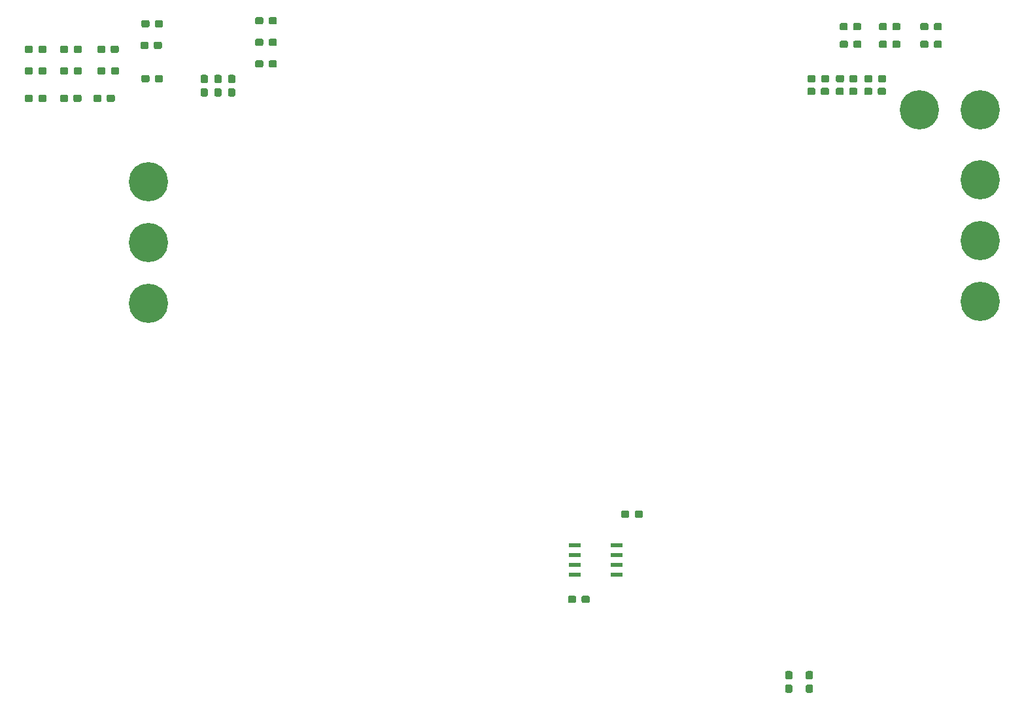
<source format=gbr>
G04 #@! TF.GenerationSoftware,KiCad,Pcbnew,(5.0.2)-1*
G04 #@! TF.CreationDate,2019-03-05T00:17:48-06:00*
G04 #@! TF.ProjectId,ODriveInterfacingBoard,4f447269-7665-4496-9e74-657266616369,rev?*
G04 #@! TF.SameCoordinates,Original*
G04 #@! TF.FileFunction,Paste,Top*
G04 #@! TF.FilePolarity,Positive*
%FSLAX46Y46*%
G04 Gerber Fmt 4.6, Leading zero omitted, Abs format (unit mm)*
G04 Created by KiCad (PCBNEW (5.0.2)-1) date 3/5/2019 12:17:48 AM*
%MOMM*%
%LPD*%
G01*
G04 APERTURE LIST*
%ADD10C,5.080000*%
%ADD11C,0.100000*%
%ADD12C,0.950000*%
%ADD13R,1.550000X0.600000*%
G04 APERTURE END LIST*
D10*
G04 #@! TO.C,Conn3*
X161036000Y-66548000D03*
X153162000Y-66548000D03*
G04 #@! TD*
D11*
G04 #@! TO.C,D1*
G36*
X69765779Y-60105144D02*
X69788834Y-60108563D01*
X69811443Y-60114227D01*
X69833387Y-60122079D01*
X69854457Y-60132044D01*
X69874448Y-60144026D01*
X69893168Y-60157910D01*
X69910438Y-60173562D01*
X69926090Y-60190832D01*
X69939974Y-60209552D01*
X69951956Y-60229543D01*
X69961921Y-60250613D01*
X69969773Y-60272557D01*
X69975437Y-60295166D01*
X69978856Y-60318221D01*
X69980000Y-60341500D01*
X69980000Y-60816500D01*
X69978856Y-60839779D01*
X69975437Y-60862834D01*
X69969773Y-60885443D01*
X69961921Y-60907387D01*
X69951956Y-60928457D01*
X69939974Y-60948448D01*
X69926090Y-60967168D01*
X69910438Y-60984438D01*
X69893168Y-61000090D01*
X69874448Y-61013974D01*
X69854457Y-61025956D01*
X69833387Y-61035921D01*
X69811443Y-61043773D01*
X69788834Y-61049437D01*
X69765779Y-61052856D01*
X69742500Y-61054000D01*
X69167500Y-61054000D01*
X69144221Y-61052856D01*
X69121166Y-61049437D01*
X69098557Y-61043773D01*
X69076613Y-61035921D01*
X69055543Y-61025956D01*
X69035552Y-61013974D01*
X69016832Y-61000090D01*
X68999562Y-60984438D01*
X68983910Y-60967168D01*
X68970026Y-60948448D01*
X68958044Y-60928457D01*
X68948079Y-60907387D01*
X68940227Y-60885443D01*
X68934563Y-60862834D01*
X68931144Y-60839779D01*
X68930000Y-60816500D01*
X68930000Y-60341500D01*
X68931144Y-60318221D01*
X68934563Y-60295166D01*
X68940227Y-60272557D01*
X68948079Y-60250613D01*
X68958044Y-60229543D01*
X68970026Y-60209552D01*
X68983910Y-60190832D01*
X68999562Y-60173562D01*
X69016832Y-60157910D01*
X69035552Y-60144026D01*
X69055543Y-60132044D01*
X69076613Y-60122079D01*
X69098557Y-60114227D01*
X69121166Y-60108563D01*
X69144221Y-60105144D01*
X69167500Y-60104000D01*
X69742500Y-60104000D01*
X69765779Y-60105144D01*
X69765779Y-60105144D01*
G37*
D12*
X69455000Y-60579000D03*
D11*
G36*
X68015779Y-60105144D02*
X68038834Y-60108563D01*
X68061443Y-60114227D01*
X68083387Y-60122079D01*
X68104457Y-60132044D01*
X68124448Y-60144026D01*
X68143168Y-60157910D01*
X68160438Y-60173562D01*
X68176090Y-60190832D01*
X68189974Y-60209552D01*
X68201956Y-60229543D01*
X68211921Y-60250613D01*
X68219773Y-60272557D01*
X68225437Y-60295166D01*
X68228856Y-60318221D01*
X68230000Y-60341500D01*
X68230000Y-60816500D01*
X68228856Y-60839779D01*
X68225437Y-60862834D01*
X68219773Y-60885443D01*
X68211921Y-60907387D01*
X68201956Y-60928457D01*
X68189974Y-60948448D01*
X68176090Y-60967168D01*
X68160438Y-60984438D01*
X68143168Y-61000090D01*
X68124448Y-61013974D01*
X68104457Y-61025956D01*
X68083387Y-61035921D01*
X68061443Y-61043773D01*
X68038834Y-61049437D01*
X68015779Y-61052856D01*
X67992500Y-61054000D01*
X67417500Y-61054000D01*
X67394221Y-61052856D01*
X67371166Y-61049437D01*
X67348557Y-61043773D01*
X67326613Y-61035921D01*
X67305543Y-61025956D01*
X67285552Y-61013974D01*
X67266832Y-61000090D01*
X67249562Y-60984438D01*
X67233910Y-60967168D01*
X67220026Y-60948448D01*
X67208044Y-60928457D01*
X67198079Y-60907387D01*
X67190227Y-60885443D01*
X67184563Y-60862834D01*
X67181144Y-60839779D01*
X67180000Y-60816500D01*
X67180000Y-60341500D01*
X67181144Y-60318221D01*
X67184563Y-60295166D01*
X67190227Y-60272557D01*
X67198079Y-60250613D01*
X67208044Y-60229543D01*
X67220026Y-60209552D01*
X67233910Y-60190832D01*
X67249562Y-60173562D01*
X67266832Y-60157910D01*
X67285552Y-60144026D01*
X67305543Y-60132044D01*
X67326613Y-60122079D01*
X67348557Y-60114227D01*
X67371166Y-60108563D01*
X67394221Y-60105144D01*
X67417500Y-60104000D01*
X67992500Y-60104000D01*
X68015779Y-60105144D01*
X68015779Y-60105144D01*
G37*
D12*
X67705000Y-60579000D03*
G04 #@! TD*
D11*
G04 #@! TO.C,D2*
G36*
X69765779Y-57311144D02*
X69788834Y-57314563D01*
X69811443Y-57320227D01*
X69833387Y-57328079D01*
X69854457Y-57338044D01*
X69874448Y-57350026D01*
X69893168Y-57363910D01*
X69910438Y-57379562D01*
X69926090Y-57396832D01*
X69939974Y-57415552D01*
X69951956Y-57435543D01*
X69961921Y-57456613D01*
X69969773Y-57478557D01*
X69975437Y-57501166D01*
X69978856Y-57524221D01*
X69980000Y-57547500D01*
X69980000Y-58022500D01*
X69978856Y-58045779D01*
X69975437Y-58068834D01*
X69969773Y-58091443D01*
X69961921Y-58113387D01*
X69951956Y-58134457D01*
X69939974Y-58154448D01*
X69926090Y-58173168D01*
X69910438Y-58190438D01*
X69893168Y-58206090D01*
X69874448Y-58219974D01*
X69854457Y-58231956D01*
X69833387Y-58241921D01*
X69811443Y-58249773D01*
X69788834Y-58255437D01*
X69765779Y-58258856D01*
X69742500Y-58260000D01*
X69167500Y-58260000D01*
X69144221Y-58258856D01*
X69121166Y-58255437D01*
X69098557Y-58249773D01*
X69076613Y-58241921D01*
X69055543Y-58231956D01*
X69035552Y-58219974D01*
X69016832Y-58206090D01*
X68999562Y-58190438D01*
X68983910Y-58173168D01*
X68970026Y-58154448D01*
X68958044Y-58134457D01*
X68948079Y-58113387D01*
X68940227Y-58091443D01*
X68934563Y-58068834D01*
X68931144Y-58045779D01*
X68930000Y-58022500D01*
X68930000Y-57547500D01*
X68931144Y-57524221D01*
X68934563Y-57501166D01*
X68940227Y-57478557D01*
X68948079Y-57456613D01*
X68958044Y-57435543D01*
X68970026Y-57415552D01*
X68983910Y-57396832D01*
X68999562Y-57379562D01*
X69016832Y-57363910D01*
X69035552Y-57350026D01*
X69055543Y-57338044D01*
X69076613Y-57328079D01*
X69098557Y-57320227D01*
X69121166Y-57314563D01*
X69144221Y-57311144D01*
X69167500Y-57310000D01*
X69742500Y-57310000D01*
X69765779Y-57311144D01*
X69765779Y-57311144D01*
G37*
D12*
X69455000Y-57785000D03*
D11*
G36*
X68015779Y-57311144D02*
X68038834Y-57314563D01*
X68061443Y-57320227D01*
X68083387Y-57328079D01*
X68104457Y-57338044D01*
X68124448Y-57350026D01*
X68143168Y-57363910D01*
X68160438Y-57379562D01*
X68176090Y-57396832D01*
X68189974Y-57415552D01*
X68201956Y-57435543D01*
X68211921Y-57456613D01*
X68219773Y-57478557D01*
X68225437Y-57501166D01*
X68228856Y-57524221D01*
X68230000Y-57547500D01*
X68230000Y-58022500D01*
X68228856Y-58045779D01*
X68225437Y-58068834D01*
X68219773Y-58091443D01*
X68211921Y-58113387D01*
X68201956Y-58134457D01*
X68189974Y-58154448D01*
X68176090Y-58173168D01*
X68160438Y-58190438D01*
X68143168Y-58206090D01*
X68124448Y-58219974D01*
X68104457Y-58231956D01*
X68083387Y-58241921D01*
X68061443Y-58249773D01*
X68038834Y-58255437D01*
X68015779Y-58258856D01*
X67992500Y-58260000D01*
X67417500Y-58260000D01*
X67394221Y-58258856D01*
X67371166Y-58255437D01*
X67348557Y-58249773D01*
X67326613Y-58241921D01*
X67305543Y-58231956D01*
X67285552Y-58219974D01*
X67266832Y-58206090D01*
X67249562Y-58190438D01*
X67233910Y-58173168D01*
X67220026Y-58154448D01*
X67208044Y-58134457D01*
X67198079Y-58113387D01*
X67190227Y-58091443D01*
X67184563Y-58068834D01*
X67181144Y-58045779D01*
X67180000Y-58022500D01*
X67180000Y-57547500D01*
X67181144Y-57524221D01*
X67184563Y-57501166D01*
X67190227Y-57478557D01*
X67198079Y-57456613D01*
X67208044Y-57435543D01*
X67220026Y-57415552D01*
X67233910Y-57396832D01*
X67249562Y-57379562D01*
X67266832Y-57363910D01*
X67285552Y-57350026D01*
X67305543Y-57338044D01*
X67326613Y-57328079D01*
X67348557Y-57320227D01*
X67371166Y-57314563D01*
X67394221Y-57311144D01*
X67417500Y-57310000D01*
X67992500Y-57310000D01*
X68015779Y-57311144D01*
X68015779Y-57311144D01*
G37*
D12*
X67705000Y-57785000D03*
G04 #@! TD*
D11*
G04 #@! TO.C,D3*
G36*
X145443779Y-55279144D02*
X145466834Y-55282563D01*
X145489443Y-55288227D01*
X145511387Y-55296079D01*
X145532457Y-55306044D01*
X145552448Y-55318026D01*
X145571168Y-55331910D01*
X145588438Y-55347562D01*
X145604090Y-55364832D01*
X145617974Y-55383552D01*
X145629956Y-55403543D01*
X145639921Y-55424613D01*
X145647773Y-55446557D01*
X145653437Y-55469166D01*
X145656856Y-55492221D01*
X145658000Y-55515500D01*
X145658000Y-55990500D01*
X145656856Y-56013779D01*
X145653437Y-56036834D01*
X145647773Y-56059443D01*
X145639921Y-56081387D01*
X145629956Y-56102457D01*
X145617974Y-56122448D01*
X145604090Y-56141168D01*
X145588438Y-56158438D01*
X145571168Y-56174090D01*
X145552448Y-56187974D01*
X145532457Y-56199956D01*
X145511387Y-56209921D01*
X145489443Y-56217773D01*
X145466834Y-56223437D01*
X145443779Y-56226856D01*
X145420500Y-56228000D01*
X144845500Y-56228000D01*
X144822221Y-56226856D01*
X144799166Y-56223437D01*
X144776557Y-56217773D01*
X144754613Y-56209921D01*
X144733543Y-56199956D01*
X144713552Y-56187974D01*
X144694832Y-56174090D01*
X144677562Y-56158438D01*
X144661910Y-56141168D01*
X144648026Y-56122448D01*
X144636044Y-56102457D01*
X144626079Y-56081387D01*
X144618227Y-56059443D01*
X144612563Y-56036834D01*
X144609144Y-56013779D01*
X144608000Y-55990500D01*
X144608000Y-55515500D01*
X144609144Y-55492221D01*
X144612563Y-55469166D01*
X144618227Y-55446557D01*
X144626079Y-55424613D01*
X144636044Y-55403543D01*
X144648026Y-55383552D01*
X144661910Y-55364832D01*
X144677562Y-55347562D01*
X144694832Y-55331910D01*
X144713552Y-55318026D01*
X144733543Y-55306044D01*
X144754613Y-55296079D01*
X144776557Y-55288227D01*
X144799166Y-55282563D01*
X144822221Y-55279144D01*
X144845500Y-55278000D01*
X145420500Y-55278000D01*
X145443779Y-55279144D01*
X145443779Y-55279144D01*
G37*
D12*
X145133000Y-55753000D03*
D11*
G36*
X143693779Y-55279144D02*
X143716834Y-55282563D01*
X143739443Y-55288227D01*
X143761387Y-55296079D01*
X143782457Y-55306044D01*
X143802448Y-55318026D01*
X143821168Y-55331910D01*
X143838438Y-55347562D01*
X143854090Y-55364832D01*
X143867974Y-55383552D01*
X143879956Y-55403543D01*
X143889921Y-55424613D01*
X143897773Y-55446557D01*
X143903437Y-55469166D01*
X143906856Y-55492221D01*
X143908000Y-55515500D01*
X143908000Y-55990500D01*
X143906856Y-56013779D01*
X143903437Y-56036834D01*
X143897773Y-56059443D01*
X143889921Y-56081387D01*
X143879956Y-56102457D01*
X143867974Y-56122448D01*
X143854090Y-56141168D01*
X143838438Y-56158438D01*
X143821168Y-56174090D01*
X143802448Y-56187974D01*
X143782457Y-56199956D01*
X143761387Y-56209921D01*
X143739443Y-56217773D01*
X143716834Y-56223437D01*
X143693779Y-56226856D01*
X143670500Y-56228000D01*
X143095500Y-56228000D01*
X143072221Y-56226856D01*
X143049166Y-56223437D01*
X143026557Y-56217773D01*
X143004613Y-56209921D01*
X142983543Y-56199956D01*
X142963552Y-56187974D01*
X142944832Y-56174090D01*
X142927562Y-56158438D01*
X142911910Y-56141168D01*
X142898026Y-56122448D01*
X142886044Y-56102457D01*
X142876079Y-56081387D01*
X142868227Y-56059443D01*
X142862563Y-56036834D01*
X142859144Y-56013779D01*
X142858000Y-55990500D01*
X142858000Y-55515500D01*
X142859144Y-55492221D01*
X142862563Y-55469166D01*
X142868227Y-55446557D01*
X142876079Y-55424613D01*
X142886044Y-55403543D01*
X142898026Y-55383552D01*
X142911910Y-55364832D01*
X142927562Y-55347562D01*
X142944832Y-55331910D01*
X142963552Y-55318026D01*
X142983543Y-55306044D01*
X143004613Y-55296079D01*
X143026557Y-55288227D01*
X143049166Y-55282563D01*
X143072221Y-55279144D01*
X143095500Y-55278000D01*
X143670500Y-55278000D01*
X143693779Y-55279144D01*
X143693779Y-55279144D01*
G37*
D12*
X143383000Y-55753000D03*
G04 #@! TD*
D11*
G04 #@! TO.C,D4*
G36*
X69765779Y-54517144D02*
X69788834Y-54520563D01*
X69811443Y-54526227D01*
X69833387Y-54534079D01*
X69854457Y-54544044D01*
X69874448Y-54556026D01*
X69893168Y-54569910D01*
X69910438Y-54585562D01*
X69926090Y-54602832D01*
X69939974Y-54621552D01*
X69951956Y-54641543D01*
X69961921Y-54662613D01*
X69969773Y-54684557D01*
X69975437Y-54707166D01*
X69978856Y-54730221D01*
X69980000Y-54753500D01*
X69980000Y-55228500D01*
X69978856Y-55251779D01*
X69975437Y-55274834D01*
X69969773Y-55297443D01*
X69961921Y-55319387D01*
X69951956Y-55340457D01*
X69939974Y-55360448D01*
X69926090Y-55379168D01*
X69910438Y-55396438D01*
X69893168Y-55412090D01*
X69874448Y-55425974D01*
X69854457Y-55437956D01*
X69833387Y-55447921D01*
X69811443Y-55455773D01*
X69788834Y-55461437D01*
X69765779Y-55464856D01*
X69742500Y-55466000D01*
X69167500Y-55466000D01*
X69144221Y-55464856D01*
X69121166Y-55461437D01*
X69098557Y-55455773D01*
X69076613Y-55447921D01*
X69055543Y-55437956D01*
X69035552Y-55425974D01*
X69016832Y-55412090D01*
X68999562Y-55396438D01*
X68983910Y-55379168D01*
X68970026Y-55360448D01*
X68958044Y-55340457D01*
X68948079Y-55319387D01*
X68940227Y-55297443D01*
X68934563Y-55274834D01*
X68931144Y-55251779D01*
X68930000Y-55228500D01*
X68930000Y-54753500D01*
X68931144Y-54730221D01*
X68934563Y-54707166D01*
X68940227Y-54684557D01*
X68948079Y-54662613D01*
X68958044Y-54641543D01*
X68970026Y-54621552D01*
X68983910Y-54602832D01*
X68999562Y-54585562D01*
X69016832Y-54569910D01*
X69035552Y-54556026D01*
X69055543Y-54544044D01*
X69076613Y-54534079D01*
X69098557Y-54526227D01*
X69121166Y-54520563D01*
X69144221Y-54517144D01*
X69167500Y-54516000D01*
X69742500Y-54516000D01*
X69765779Y-54517144D01*
X69765779Y-54517144D01*
G37*
D12*
X69455000Y-54991000D03*
D11*
G36*
X68015779Y-54517144D02*
X68038834Y-54520563D01*
X68061443Y-54526227D01*
X68083387Y-54534079D01*
X68104457Y-54544044D01*
X68124448Y-54556026D01*
X68143168Y-54569910D01*
X68160438Y-54585562D01*
X68176090Y-54602832D01*
X68189974Y-54621552D01*
X68201956Y-54641543D01*
X68211921Y-54662613D01*
X68219773Y-54684557D01*
X68225437Y-54707166D01*
X68228856Y-54730221D01*
X68230000Y-54753500D01*
X68230000Y-55228500D01*
X68228856Y-55251779D01*
X68225437Y-55274834D01*
X68219773Y-55297443D01*
X68211921Y-55319387D01*
X68201956Y-55340457D01*
X68189974Y-55360448D01*
X68176090Y-55379168D01*
X68160438Y-55396438D01*
X68143168Y-55412090D01*
X68124448Y-55425974D01*
X68104457Y-55437956D01*
X68083387Y-55447921D01*
X68061443Y-55455773D01*
X68038834Y-55461437D01*
X68015779Y-55464856D01*
X67992500Y-55466000D01*
X67417500Y-55466000D01*
X67394221Y-55464856D01*
X67371166Y-55461437D01*
X67348557Y-55455773D01*
X67326613Y-55447921D01*
X67305543Y-55437956D01*
X67285552Y-55425974D01*
X67266832Y-55412090D01*
X67249562Y-55396438D01*
X67233910Y-55379168D01*
X67220026Y-55360448D01*
X67208044Y-55340457D01*
X67198079Y-55319387D01*
X67190227Y-55297443D01*
X67184563Y-55274834D01*
X67181144Y-55251779D01*
X67180000Y-55228500D01*
X67180000Y-54753500D01*
X67181144Y-54730221D01*
X67184563Y-54707166D01*
X67190227Y-54684557D01*
X67198079Y-54662613D01*
X67208044Y-54641543D01*
X67220026Y-54621552D01*
X67233910Y-54602832D01*
X67249562Y-54585562D01*
X67266832Y-54569910D01*
X67285552Y-54556026D01*
X67305543Y-54544044D01*
X67326613Y-54534079D01*
X67348557Y-54526227D01*
X67371166Y-54520563D01*
X67394221Y-54517144D01*
X67417500Y-54516000D01*
X67992500Y-54516000D01*
X68015779Y-54517144D01*
X68015779Y-54517144D01*
G37*
D12*
X67705000Y-54991000D03*
G04 #@! TD*
D11*
G04 #@! TO.C,D5*
G36*
X143707779Y-57565144D02*
X143730834Y-57568563D01*
X143753443Y-57574227D01*
X143775387Y-57582079D01*
X143796457Y-57592044D01*
X143816448Y-57604026D01*
X143835168Y-57617910D01*
X143852438Y-57633562D01*
X143868090Y-57650832D01*
X143881974Y-57669552D01*
X143893956Y-57689543D01*
X143903921Y-57710613D01*
X143911773Y-57732557D01*
X143917437Y-57755166D01*
X143920856Y-57778221D01*
X143922000Y-57801500D01*
X143922000Y-58276500D01*
X143920856Y-58299779D01*
X143917437Y-58322834D01*
X143911773Y-58345443D01*
X143903921Y-58367387D01*
X143893956Y-58388457D01*
X143881974Y-58408448D01*
X143868090Y-58427168D01*
X143852438Y-58444438D01*
X143835168Y-58460090D01*
X143816448Y-58473974D01*
X143796457Y-58485956D01*
X143775387Y-58495921D01*
X143753443Y-58503773D01*
X143730834Y-58509437D01*
X143707779Y-58512856D01*
X143684500Y-58514000D01*
X143109500Y-58514000D01*
X143086221Y-58512856D01*
X143063166Y-58509437D01*
X143040557Y-58503773D01*
X143018613Y-58495921D01*
X142997543Y-58485956D01*
X142977552Y-58473974D01*
X142958832Y-58460090D01*
X142941562Y-58444438D01*
X142925910Y-58427168D01*
X142912026Y-58408448D01*
X142900044Y-58388457D01*
X142890079Y-58367387D01*
X142882227Y-58345443D01*
X142876563Y-58322834D01*
X142873144Y-58299779D01*
X142872000Y-58276500D01*
X142872000Y-57801500D01*
X142873144Y-57778221D01*
X142876563Y-57755166D01*
X142882227Y-57732557D01*
X142890079Y-57710613D01*
X142900044Y-57689543D01*
X142912026Y-57669552D01*
X142925910Y-57650832D01*
X142941562Y-57633562D01*
X142958832Y-57617910D01*
X142977552Y-57604026D01*
X142997543Y-57592044D01*
X143018613Y-57582079D01*
X143040557Y-57574227D01*
X143063166Y-57568563D01*
X143086221Y-57565144D01*
X143109500Y-57564000D01*
X143684500Y-57564000D01*
X143707779Y-57565144D01*
X143707779Y-57565144D01*
G37*
D12*
X143397000Y-58039000D03*
D11*
G36*
X145457779Y-57565144D02*
X145480834Y-57568563D01*
X145503443Y-57574227D01*
X145525387Y-57582079D01*
X145546457Y-57592044D01*
X145566448Y-57604026D01*
X145585168Y-57617910D01*
X145602438Y-57633562D01*
X145618090Y-57650832D01*
X145631974Y-57669552D01*
X145643956Y-57689543D01*
X145653921Y-57710613D01*
X145661773Y-57732557D01*
X145667437Y-57755166D01*
X145670856Y-57778221D01*
X145672000Y-57801500D01*
X145672000Y-58276500D01*
X145670856Y-58299779D01*
X145667437Y-58322834D01*
X145661773Y-58345443D01*
X145653921Y-58367387D01*
X145643956Y-58388457D01*
X145631974Y-58408448D01*
X145618090Y-58427168D01*
X145602438Y-58444438D01*
X145585168Y-58460090D01*
X145566448Y-58473974D01*
X145546457Y-58485956D01*
X145525387Y-58495921D01*
X145503443Y-58503773D01*
X145480834Y-58509437D01*
X145457779Y-58512856D01*
X145434500Y-58514000D01*
X144859500Y-58514000D01*
X144836221Y-58512856D01*
X144813166Y-58509437D01*
X144790557Y-58503773D01*
X144768613Y-58495921D01*
X144747543Y-58485956D01*
X144727552Y-58473974D01*
X144708832Y-58460090D01*
X144691562Y-58444438D01*
X144675910Y-58427168D01*
X144662026Y-58408448D01*
X144650044Y-58388457D01*
X144640079Y-58367387D01*
X144632227Y-58345443D01*
X144626563Y-58322834D01*
X144623144Y-58299779D01*
X144622000Y-58276500D01*
X144622000Y-57801500D01*
X144623144Y-57778221D01*
X144626563Y-57755166D01*
X144632227Y-57732557D01*
X144640079Y-57710613D01*
X144650044Y-57689543D01*
X144662026Y-57669552D01*
X144675910Y-57650832D01*
X144691562Y-57633562D01*
X144708832Y-57617910D01*
X144727552Y-57604026D01*
X144747543Y-57592044D01*
X144768613Y-57582079D01*
X144790557Y-57574227D01*
X144813166Y-57568563D01*
X144836221Y-57565144D01*
X144859500Y-57564000D01*
X145434500Y-57564000D01*
X145457779Y-57565144D01*
X145457779Y-57565144D01*
G37*
D12*
X145147000Y-58039000D03*
G04 #@! TD*
D11*
G04 #@! TO.C,D6*
G36*
X38184779Y-58200144D02*
X38207834Y-58203563D01*
X38230443Y-58209227D01*
X38252387Y-58217079D01*
X38273457Y-58227044D01*
X38293448Y-58239026D01*
X38312168Y-58252910D01*
X38329438Y-58268562D01*
X38345090Y-58285832D01*
X38358974Y-58304552D01*
X38370956Y-58324543D01*
X38380921Y-58345613D01*
X38388773Y-58367557D01*
X38394437Y-58390166D01*
X38397856Y-58413221D01*
X38399000Y-58436500D01*
X38399000Y-58911500D01*
X38397856Y-58934779D01*
X38394437Y-58957834D01*
X38388773Y-58980443D01*
X38380921Y-59002387D01*
X38370956Y-59023457D01*
X38358974Y-59043448D01*
X38345090Y-59062168D01*
X38329438Y-59079438D01*
X38312168Y-59095090D01*
X38293448Y-59108974D01*
X38273457Y-59120956D01*
X38252387Y-59130921D01*
X38230443Y-59138773D01*
X38207834Y-59144437D01*
X38184779Y-59147856D01*
X38161500Y-59149000D01*
X37586500Y-59149000D01*
X37563221Y-59147856D01*
X37540166Y-59144437D01*
X37517557Y-59138773D01*
X37495613Y-59130921D01*
X37474543Y-59120956D01*
X37454552Y-59108974D01*
X37435832Y-59095090D01*
X37418562Y-59079438D01*
X37402910Y-59062168D01*
X37389026Y-59043448D01*
X37377044Y-59023457D01*
X37367079Y-59002387D01*
X37359227Y-58980443D01*
X37353563Y-58957834D01*
X37350144Y-58934779D01*
X37349000Y-58911500D01*
X37349000Y-58436500D01*
X37350144Y-58413221D01*
X37353563Y-58390166D01*
X37359227Y-58367557D01*
X37367079Y-58345613D01*
X37377044Y-58324543D01*
X37389026Y-58304552D01*
X37402910Y-58285832D01*
X37418562Y-58268562D01*
X37435832Y-58252910D01*
X37454552Y-58239026D01*
X37474543Y-58227044D01*
X37495613Y-58217079D01*
X37517557Y-58209227D01*
X37540166Y-58203563D01*
X37563221Y-58200144D01*
X37586500Y-58199000D01*
X38161500Y-58199000D01*
X38184779Y-58200144D01*
X38184779Y-58200144D01*
G37*
D12*
X37874000Y-58674000D03*
D11*
G36*
X39934779Y-58200144D02*
X39957834Y-58203563D01*
X39980443Y-58209227D01*
X40002387Y-58217079D01*
X40023457Y-58227044D01*
X40043448Y-58239026D01*
X40062168Y-58252910D01*
X40079438Y-58268562D01*
X40095090Y-58285832D01*
X40108974Y-58304552D01*
X40120956Y-58324543D01*
X40130921Y-58345613D01*
X40138773Y-58367557D01*
X40144437Y-58390166D01*
X40147856Y-58413221D01*
X40149000Y-58436500D01*
X40149000Y-58911500D01*
X40147856Y-58934779D01*
X40144437Y-58957834D01*
X40138773Y-58980443D01*
X40130921Y-59002387D01*
X40120956Y-59023457D01*
X40108974Y-59043448D01*
X40095090Y-59062168D01*
X40079438Y-59079438D01*
X40062168Y-59095090D01*
X40043448Y-59108974D01*
X40023457Y-59120956D01*
X40002387Y-59130921D01*
X39980443Y-59138773D01*
X39957834Y-59144437D01*
X39934779Y-59147856D01*
X39911500Y-59149000D01*
X39336500Y-59149000D01*
X39313221Y-59147856D01*
X39290166Y-59144437D01*
X39267557Y-59138773D01*
X39245613Y-59130921D01*
X39224543Y-59120956D01*
X39204552Y-59108974D01*
X39185832Y-59095090D01*
X39168562Y-59079438D01*
X39152910Y-59062168D01*
X39139026Y-59043448D01*
X39127044Y-59023457D01*
X39117079Y-59002387D01*
X39109227Y-58980443D01*
X39103563Y-58957834D01*
X39100144Y-58934779D01*
X39099000Y-58911500D01*
X39099000Y-58436500D01*
X39100144Y-58413221D01*
X39103563Y-58390166D01*
X39109227Y-58367557D01*
X39117079Y-58345613D01*
X39127044Y-58324543D01*
X39139026Y-58304552D01*
X39152910Y-58285832D01*
X39168562Y-58268562D01*
X39185832Y-58252910D01*
X39204552Y-58239026D01*
X39224543Y-58227044D01*
X39245613Y-58217079D01*
X39267557Y-58209227D01*
X39290166Y-58203563D01*
X39313221Y-58200144D01*
X39336500Y-58199000D01*
X39911500Y-58199000D01*
X39934779Y-58200144D01*
X39934779Y-58200144D01*
G37*
D12*
X39624000Y-58674000D03*
G04 #@! TD*
D11*
G04 #@! TO.C,D7*
G36*
X148773779Y-55279144D02*
X148796834Y-55282563D01*
X148819443Y-55288227D01*
X148841387Y-55296079D01*
X148862457Y-55306044D01*
X148882448Y-55318026D01*
X148901168Y-55331910D01*
X148918438Y-55347562D01*
X148934090Y-55364832D01*
X148947974Y-55383552D01*
X148959956Y-55403543D01*
X148969921Y-55424613D01*
X148977773Y-55446557D01*
X148983437Y-55469166D01*
X148986856Y-55492221D01*
X148988000Y-55515500D01*
X148988000Y-55990500D01*
X148986856Y-56013779D01*
X148983437Y-56036834D01*
X148977773Y-56059443D01*
X148969921Y-56081387D01*
X148959956Y-56102457D01*
X148947974Y-56122448D01*
X148934090Y-56141168D01*
X148918438Y-56158438D01*
X148901168Y-56174090D01*
X148882448Y-56187974D01*
X148862457Y-56199956D01*
X148841387Y-56209921D01*
X148819443Y-56217773D01*
X148796834Y-56223437D01*
X148773779Y-56226856D01*
X148750500Y-56228000D01*
X148175500Y-56228000D01*
X148152221Y-56226856D01*
X148129166Y-56223437D01*
X148106557Y-56217773D01*
X148084613Y-56209921D01*
X148063543Y-56199956D01*
X148043552Y-56187974D01*
X148024832Y-56174090D01*
X148007562Y-56158438D01*
X147991910Y-56141168D01*
X147978026Y-56122448D01*
X147966044Y-56102457D01*
X147956079Y-56081387D01*
X147948227Y-56059443D01*
X147942563Y-56036834D01*
X147939144Y-56013779D01*
X147938000Y-55990500D01*
X147938000Y-55515500D01*
X147939144Y-55492221D01*
X147942563Y-55469166D01*
X147948227Y-55446557D01*
X147956079Y-55424613D01*
X147966044Y-55403543D01*
X147978026Y-55383552D01*
X147991910Y-55364832D01*
X148007562Y-55347562D01*
X148024832Y-55331910D01*
X148043552Y-55318026D01*
X148063543Y-55306044D01*
X148084613Y-55296079D01*
X148106557Y-55288227D01*
X148129166Y-55282563D01*
X148152221Y-55279144D01*
X148175500Y-55278000D01*
X148750500Y-55278000D01*
X148773779Y-55279144D01*
X148773779Y-55279144D01*
G37*
D12*
X148463000Y-55753000D03*
D11*
G36*
X150523779Y-55279144D02*
X150546834Y-55282563D01*
X150569443Y-55288227D01*
X150591387Y-55296079D01*
X150612457Y-55306044D01*
X150632448Y-55318026D01*
X150651168Y-55331910D01*
X150668438Y-55347562D01*
X150684090Y-55364832D01*
X150697974Y-55383552D01*
X150709956Y-55403543D01*
X150719921Y-55424613D01*
X150727773Y-55446557D01*
X150733437Y-55469166D01*
X150736856Y-55492221D01*
X150738000Y-55515500D01*
X150738000Y-55990500D01*
X150736856Y-56013779D01*
X150733437Y-56036834D01*
X150727773Y-56059443D01*
X150719921Y-56081387D01*
X150709956Y-56102457D01*
X150697974Y-56122448D01*
X150684090Y-56141168D01*
X150668438Y-56158438D01*
X150651168Y-56174090D01*
X150632448Y-56187974D01*
X150612457Y-56199956D01*
X150591387Y-56209921D01*
X150569443Y-56217773D01*
X150546834Y-56223437D01*
X150523779Y-56226856D01*
X150500500Y-56228000D01*
X149925500Y-56228000D01*
X149902221Y-56226856D01*
X149879166Y-56223437D01*
X149856557Y-56217773D01*
X149834613Y-56209921D01*
X149813543Y-56199956D01*
X149793552Y-56187974D01*
X149774832Y-56174090D01*
X149757562Y-56158438D01*
X149741910Y-56141168D01*
X149728026Y-56122448D01*
X149716044Y-56102457D01*
X149706079Y-56081387D01*
X149698227Y-56059443D01*
X149692563Y-56036834D01*
X149689144Y-56013779D01*
X149688000Y-55990500D01*
X149688000Y-55515500D01*
X149689144Y-55492221D01*
X149692563Y-55469166D01*
X149698227Y-55446557D01*
X149706079Y-55424613D01*
X149716044Y-55403543D01*
X149728026Y-55383552D01*
X149741910Y-55364832D01*
X149757562Y-55347562D01*
X149774832Y-55331910D01*
X149793552Y-55318026D01*
X149813543Y-55306044D01*
X149834613Y-55296079D01*
X149856557Y-55288227D01*
X149879166Y-55282563D01*
X149902221Y-55279144D01*
X149925500Y-55278000D01*
X150500500Y-55278000D01*
X150523779Y-55279144D01*
X150523779Y-55279144D01*
G37*
D12*
X150213000Y-55753000D03*
G04 #@! TD*
D11*
G04 #@! TO.C,D8*
G36*
X39934779Y-60994144D02*
X39957834Y-60997563D01*
X39980443Y-61003227D01*
X40002387Y-61011079D01*
X40023457Y-61021044D01*
X40043448Y-61033026D01*
X40062168Y-61046910D01*
X40079438Y-61062562D01*
X40095090Y-61079832D01*
X40108974Y-61098552D01*
X40120956Y-61118543D01*
X40130921Y-61139613D01*
X40138773Y-61161557D01*
X40144437Y-61184166D01*
X40147856Y-61207221D01*
X40149000Y-61230500D01*
X40149000Y-61705500D01*
X40147856Y-61728779D01*
X40144437Y-61751834D01*
X40138773Y-61774443D01*
X40130921Y-61796387D01*
X40120956Y-61817457D01*
X40108974Y-61837448D01*
X40095090Y-61856168D01*
X40079438Y-61873438D01*
X40062168Y-61889090D01*
X40043448Y-61902974D01*
X40023457Y-61914956D01*
X40002387Y-61924921D01*
X39980443Y-61932773D01*
X39957834Y-61938437D01*
X39934779Y-61941856D01*
X39911500Y-61943000D01*
X39336500Y-61943000D01*
X39313221Y-61941856D01*
X39290166Y-61938437D01*
X39267557Y-61932773D01*
X39245613Y-61924921D01*
X39224543Y-61914956D01*
X39204552Y-61902974D01*
X39185832Y-61889090D01*
X39168562Y-61873438D01*
X39152910Y-61856168D01*
X39139026Y-61837448D01*
X39127044Y-61817457D01*
X39117079Y-61796387D01*
X39109227Y-61774443D01*
X39103563Y-61751834D01*
X39100144Y-61728779D01*
X39099000Y-61705500D01*
X39099000Y-61230500D01*
X39100144Y-61207221D01*
X39103563Y-61184166D01*
X39109227Y-61161557D01*
X39117079Y-61139613D01*
X39127044Y-61118543D01*
X39139026Y-61098552D01*
X39152910Y-61079832D01*
X39168562Y-61062562D01*
X39185832Y-61046910D01*
X39204552Y-61033026D01*
X39224543Y-61021044D01*
X39245613Y-61011079D01*
X39267557Y-61003227D01*
X39290166Y-60997563D01*
X39313221Y-60994144D01*
X39336500Y-60993000D01*
X39911500Y-60993000D01*
X39934779Y-60994144D01*
X39934779Y-60994144D01*
G37*
D12*
X39624000Y-61468000D03*
D11*
G36*
X38184779Y-60994144D02*
X38207834Y-60997563D01*
X38230443Y-61003227D01*
X38252387Y-61011079D01*
X38273457Y-61021044D01*
X38293448Y-61033026D01*
X38312168Y-61046910D01*
X38329438Y-61062562D01*
X38345090Y-61079832D01*
X38358974Y-61098552D01*
X38370956Y-61118543D01*
X38380921Y-61139613D01*
X38388773Y-61161557D01*
X38394437Y-61184166D01*
X38397856Y-61207221D01*
X38399000Y-61230500D01*
X38399000Y-61705500D01*
X38397856Y-61728779D01*
X38394437Y-61751834D01*
X38388773Y-61774443D01*
X38380921Y-61796387D01*
X38370956Y-61817457D01*
X38358974Y-61837448D01*
X38345090Y-61856168D01*
X38329438Y-61873438D01*
X38312168Y-61889090D01*
X38293448Y-61902974D01*
X38273457Y-61914956D01*
X38252387Y-61924921D01*
X38230443Y-61932773D01*
X38207834Y-61938437D01*
X38184779Y-61941856D01*
X38161500Y-61943000D01*
X37586500Y-61943000D01*
X37563221Y-61941856D01*
X37540166Y-61938437D01*
X37517557Y-61932773D01*
X37495613Y-61924921D01*
X37474543Y-61914956D01*
X37454552Y-61902974D01*
X37435832Y-61889090D01*
X37418562Y-61873438D01*
X37402910Y-61856168D01*
X37389026Y-61837448D01*
X37377044Y-61817457D01*
X37367079Y-61796387D01*
X37359227Y-61774443D01*
X37353563Y-61751834D01*
X37350144Y-61728779D01*
X37349000Y-61705500D01*
X37349000Y-61230500D01*
X37350144Y-61207221D01*
X37353563Y-61184166D01*
X37359227Y-61161557D01*
X37367079Y-61139613D01*
X37377044Y-61118543D01*
X37389026Y-61098552D01*
X37402910Y-61079832D01*
X37418562Y-61062562D01*
X37435832Y-61046910D01*
X37454552Y-61033026D01*
X37474543Y-61021044D01*
X37495613Y-61011079D01*
X37517557Y-61003227D01*
X37540166Y-60997563D01*
X37563221Y-60994144D01*
X37586500Y-60993000D01*
X38161500Y-60993000D01*
X38184779Y-60994144D01*
X38184779Y-60994144D01*
G37*
D12*
X37874000Y-61468000D03*
G04 #@! TD*
D11*
G04 #@! TO.C,D9*
G36*
X148773779Y-57565144D02*
X148796834Y-57568563D01*
X148819443Y-57574227D01*
X148841387Y-57582079D01*
X148862457Y-57592044D01*
X148882448Y-57604026D01*
X148901168Y-57617910D01*
X148918438Y-57633562D01*
X148934090Y-57650832D01*
X148947974Y-57669552D01*
X148959956Y-57689543D01*
X148969921Y-57710613D01*
X148977773Y-57732557D01*
X148983437Y-57755166D01*
X148986856Y-57778221D01*
X148988000Y-57801500D01*
X148988000Y-58276500D01*
X148986856Y-58299779D01*
X148983437Y-58322834D01*
X148977773Y-58345443D01*
X148969921Y-58367387D01*
X148959956Y-58388457D01*
X148947974Y-58408448D01*
X148934090Y-58427168D01*
X148918438Y-58444438D01*
X148901168Y-58460090D01*
X148882448Y-58473974D01*
X148862457Y-58485956D01*
X148841387Y-58495921D01*
X148819443Y-58503773D01*
X148796834Y-58509437D01*
X148773779Y-58512856D01*
X148750500Y-58514000D01*
X148175500Y-58514000D01*
X148152221Y-58512856D01*
X148129166Y-58509437D01*
X148106557Y-58503773D01*
X148084613Y-58495921D01*
X148063543Y-58485956D01*
X148043552Y-58473974D01*
X148024832Y-58460090D01*
X148007562Y-58444438D01*
X147991910Y-58427168D01*
X147978026Y-58408448D01*
X147966044Y-58388457D01*
X147956079Y-58367387D01*
X147948227Y-58345443D01*
X147942563Y-58322834D01*
X147939144Y-58299779D01*
X147938000Y-58276500D01*
X147938000Y-57801500D01*
X147939144Y-57778221D01*
X147942563Y-57755166D01*
X147948227Y-57732557D01*
X147956079Y-57710613D01*
X147966044Y-57689543D01*
X147978026Y-57669552D01*
X147991910Y-57650832D01*
X148007562Y-57633562D01*
X148024832Y-57617910D01*
X148043552Y-57604026D01*
X148063543Y-57592044D01*
X148084613Y-57582079D01*
X148106557Y-57574227D01*
X148129166Y-57568563D01*
X148152221Y-57565144D01*
X148175500Y-57564000D01*
X148750500Y-57564000D01*
X148773779Y-57565144D01*
X148773779Y-57565144D01*
G37*
D12*
X148463000Y-58039000D03*
D11*
G36*
X150523779Y-57565144D02*
X150546834Y-57568563D01*
X150569443Y-57574227D01*
X150591387Y-57582079D01*
X150612457Y-57592044D01*
X150632448Y-57604026D01*
X150651168Y-57617910D01*
X150668438Y-57633562D01*
X150684090Y-57650832D01*
X150697974Y-57669552D01*
X150709956Y-57689543D01*
X150719921Y-57710613D01*
X150727773Y-57732557D01*
X150733437Y-57755166D01*
X150736856Y-57778221D01*
X150738000Y-57801500D01*
X150738000Y-58276500D01*
X150736856Y-58299779D01*
X150733437Y-58322834D01*
X150727773Y-58345443D01*
X150719921Y-58367387D01*
X150709956Y-58388457D01*
X150697974Y-58408448D01*
X150684090Y-58427168D01*
X150668438Y-58444438D01*
X150651168Y-58460090D01*
X150632448Y-58473974D01*
X150612457Y-58485956D01*
X150591387Y-58495921D01*
X150569443Y-58503773D01*
X150546834Y-58509437D01*
X150523779Y-58512856D01*
X150500500Y-58514000D01*
X149925500Y-58514000D01*
X149902221Y-58512856D01*
X149879166Y-58509437D01*
X149856557Y-58503773D01*
X149834613Y-58495921D01*
X149813543Y-58485956D01*
X149793552Y-58473974D01*
X149774832Y-58460090D01*
X149757562Y-58444438D01*
X149741910Y-58427168D01*
X149728026Y-58408448D01*
X149716044Y-58388457D01*
X149706079Y-58367387D01*
X149698227Y-58345443D01*
X149692563Y-58322834D01*
X149689144Y-58299779D01*
X149688000Y-58276500D01*
X149688000Y-57801500D01*
X149689144Y-57778221D01*
X149692563Y-57755166D01*
X149698227Y-57732557D01*
X149706079Y-57710613D01*
X149716044Y-57689543D01*
X149728026Y-57669552D01*
X149741910Y-57650832D01*
X149757562Y-57633562D01*
X149774832Y-57617910D01*
X149793552Y-57604026D01*
X149813543Y-57592044D01*
X149834613Y-57582079D01*
X149856557Y-57574227D01*
X149879166Y-57568563D01*
X149902221Y-57565144D01*
X149925500Y-57564000D01*
X150500500Y-57564000D01*
X150523779Y-57565144D01*
X150523779Y-57565144D01*
G37*
D12*
X150213000Y-58039000D03*
G04 #@! TD*
D11*
G04 #@! TO.C,D10*
G36*
X42756779Y-58200144D02*
X42779834Y-58203563D01*
X42802443Y-58209227D01*
X42824387Y-58217079D01*
X42845457Y-58227044D01*
X42865448Y-58239026D01*
X42884168Y-58252910D01*
X42901438Y-58268562D01*
X42917090Y-58285832D01*
X42930974Y-58304552D01*
X42942956Y-58324543D01*
X42952921Y-58345613D01*
X42960773Y-58367557D01*
X42966437Y-58390166D01*
X42969856Y-58413221D01*
X42971000Y-58436500D01*
X42971000Y-58911500D01*
X42969856Y-58934779D01*
X42966437Y-58957834D01*
X42960773Y-58980443D01*
X42952921Y-59002387D01*
X42942956Y-59023457D01*
X42930974Y-59043448D01*
X42917090Y-59062168D01*
X42901438Y-59079438D01*
X42884168Y-59095090D01*
X42865448Y-59108974D01*
X42845457Y-59120956D01*
X42824387Y-59130921D01*
X42802443Y-59138773D01*
X42779834Y-59144437D01*
X42756779Y-59147856D01*
X42733500Y-59149000D01*
X42158500Y-59149000D01*
X42135221Y-59147856D01*
X42112166Y-59144437D01*
X42089557Y-59138773D01*
X42067613Y-59130921D01*
X42046543Y-59120956D01*
X42026552Y-59108974D01*
X42007832Y-59095090D01*
X41990562Y-59079438D01*
X41974910Y-59062168D01*
X41961026Y-59043448D01*
X41949044Y-59023457D01*
X41939079Y-59002387D01*
X41931227Y-58980443D01*
X41925563Y-58957834D01*
X41922144Y-58934779D01*
X41921000Y-58911500D01*
X41921000Y-58436500D01*
X41922144Y-58413221D01*
X41925563Y-58390166D01*
X41931227Y-58367557D01*
X41939079Y-58345613D01*
X41949044Y-58324543D01*
X41961026Y-58304552D01*
X41974910Y-58285832D01*
X41990562Y-58268562D01*
X42007832Y-58252910D01*
X42026552Y-58239026D01*
X42046543Y-58227044D01*
X42067613Y-58217079D01*
X42089557Y-58209227D01*
X42112166Y-58203563D01*
X42135221Y-58200144D01*
X42158500Y-58199000D01*
X42733500Y-58199000D01*
X42756779Y-58200144D01*
X42756779Y-58200144D01*
G37*
D12*
X42446000Y-58674000D03*
D11*
G36*
X44506779Y-58200144D02*
X44529834Y-58203563D01*
X44552443Y-58209227D01*
X44574387Y-58217079D01*
X44595457Y-58227044D01*
X44615448Y-58239026D01*
X44634168Y-58252910D01*
X44651438Y-58268562D01*
X44667090Y-58285832D01*
X44680974Y-58304552D01*
X44692956Y-58324543D01*
X44702921Y-58345613D01*
X44710773Y-58367557D01*
X44716437Y-58390166D01*
X44719856Y-58413221D01*
X44721000Y-58436500D01*
X44721000Y-58911500D01*
X44719856Y-58934779D01*
X44716437Y-58957834D01*
X44710773Y-58980443D01*
X44702921Y-59002387D01*
X44692956Y-59023457D01*
X44680974Y-59043448D01*
X44667090Y-59062168D01*
X44651438Y-59079438D01*
X44634168Y-59095090D01*
X44615448Y-59108974D01*
X44595457Y-59120956D01*
X44574387Y-59130921D01*
X44552443Y-59138773D01*
X44529834Y-59144437D01*
X44506779Y-59147856D01*
X44483500Y-59149000D01*
X43908500Y-59149000D01*
X43885221Y-59147856D01*
X43862166Y-59144437D01*
X43839557Y-59138773D01*
X43817613Y-59130921D01*
X43796543Y-59120956D01*
X43776552Y-59108974D01*
X43757832Y-59095090D01*
X43740562Y-59079438D01*
X43724910Y-59062168D01*
X43711026Y-59043448D01*
X43699044Y-59023457D01*
X43689079Y-59002387D01*
X43681227Y-58980443D01*
X43675563Y-58957834D01*
X43672144Y-58934779D01*
X43671000Y-58911500D01*
X43671000Y-58436500D01*
X43672144Y-58413221D01*
X43675563Y-58390166D01*
X43681227Y-58367557D01*
X43689079Y-58345613D01*
X43699044Y-58324543D01*
X43711026Y-58304552D01*
X43724910Y-58285832D01*
X43740562Y-58268562D01*
X43757832Y-58252910D01*
X43776552Y-58239026D01*
X43796543Y-58227044D01*
X43817613Y-58217079D01*
X43839557Y-58209227D01*
X43862166Y-58203563D01*
X43885221Y-58200144D01*
X43908500Y-58199000D01*
X44483500Y-58199000D01*
X44506779Y-58200144D01*
X44506779Y-58200144D01*
G37*
D12*
X44196000Y-58674000D03*
G04 #@! TD*
D11*
G04 #@! TO.C,D11*
G36*
X154135779Y-55279144D02*
X154158834Y-55282563D01*
X154181443Y-55288227D01*
X154203387Y-55296079D01*
X154224457Y-55306044D01*
X154244448Y-55318026D01*
X154263168Y-55331910D01*
X154280438Y-55347562D01*
X154296090Y-55364832D01*
X154309974Y-55383552D01*
X154321956Y-55403543D01*
X154331921Y-55424613D01*
X154339773Y-55446557D01*
X154345437Y-55469166D01*
X154348856Y-55492221D01*
X154350000Y-55515500D01*
X154350000Y-55990500D01*
X154348856Y-56013779D01*
X154345437Y-56036834D01*
X154339773Y-56059443D01*
X154331921Y-56081387D01*
X154321956Y-56102457D01*
X154309974Y-56122448D01*
X154296090Y-56141168D01*
X154280438Y-56158438D01*
X154263168Y-56174090D01*
X154244448Y-56187974D01*
X154224457Y-56199956D01*
X154203387Y-56209921D01*
X154181443Y-56217773D01*
X154158834Y-56223437D01*
X154135779Y-56226856D01*
X154112500Y-56228000D01*
X153537500Y-56228000D01*
X153514221Y-56226856D01*
X153491166Y-56223437D01*
X153468557Y-56217773D01*
X153446613Y-56209921D01*
X153425543Y-56199956D01*
X153405552Y-56187974D01*
X153386832Y-56174090D01*
X153369562Y-56158438D01*
X153353910Y-56141168D01*
X153340026Y-56122448D01*
X153328044Y-56102457D01*
X153318079Y-56081387D01*
X153310227Y-56059443D01*
X153304563Y-56036834D01*
X153301144Y-56013779D01*
X153300000Y-55990500D01*
X153300000Y-55515500D01*
X153301144Y-55492221D01*
X153304563Y-55469166D01*
X153310227Y-55446557D01*
X153318079Y-55424613D01*
X153328044Y-55403543D01*
X153340026Y-55383552D01*
X153353910Y-55364832D01*
X153369562Y-55347562D01*
X153386832Y-55331910D01*
X153405552Y-55318026D01*
X153425543Y-55306044D01*
X153446613Y-55296079D01*
X153468557Y-55288227D01*
X153491166Y-55282563D01*
X153514221Y-55279144D01*
X153537500Y-55278000D01*
X154112500Y-55278000D01*
X154135779Y-55279144D01*
X154135779Y-55279144D01*
G37*
D12*
X153825000Y-55753000D03*
D11*
G36*
X155885779Y-55279144D02*
X155908834Y-55282563D01*
X155931443Y-55288227D01*
X155953387Y-55296079D01*
X155974457Y-55306044D01*
X155994448Y-55318026D01*
X156013168Y-55331910D01*
X156030438Y-55347562D01*
X156046090Y-55364832D01*
X156059974Y-55383552D01*
X156071956Y-55403543D01*
X156081921Y-55424613D01*
X156089773Y-55446557D01*
X156095437Y-55469166D01*
X156098856Y-55492221D01*
X156100000Y-55515500D01*
X156100000Y-55990500D01*
X156098856Y-56013779D01*
X156095437Y-56036834D01*
X156089773Y-56059443D01*
X156081921Y-56081387D01*
X156071956Y-56102457D01*
X156059974Y-56122448D01*
X156046090Y-56141168D01*
X156030438Y-56158438D01*
X156013168Y-56174090D01*
X155994448Y-56187974D01*
X155974457Y-56199956D01*
X155953387Y-56209921D01*
X155931443Y-56217773D01*
X155908834Y-56223437D01*
X155885779Y-56226856D01*
X155862500Y-56228000D01*
X155287500Y-56228000D01*
X155264221Y-56226856D01*
X155241166Y-56223437D01*
X155218557Y-56217773D01*
X155196613Y-56209921D01*
X155175543Y-56199956D01*
X155155552Y-56187974D01*
X155136832Y-56174090D01*
X155119562Y-56158438D01*
X155103910Y-56141168D01*
X155090026Y-56122448D01*
X155078044Y-56102457D01*
X155068079Y-56081387D01*
X155060227Y-56059443D01*
X155054563Y-56036834D01*
X155051144Y-56013779D01*
X155050000Y-55990500D01*
X155050000Y-55515500D01*
X155051144Y-55492221D01*
X155054563Y-55469166D01*
X155060227Y-55446557D01*
X155068079Y-55424613D01*
X155078044Y-55403543D01*
X155090026Y-55383552D01*
X155103910Y-55364832D01*
X155119562Y-55347562D01*
X155136832Y-55331910D01*
X155155552Y-55318026D01*
X155175543Y-55306044D01*
X155196613Y-55296079D01*
X155218557Y-55288227D01*
X155241166Y-55282563D01*
X155264221Y-55279144D01*
X155287500Y-55278000D01*
X155862500Y-55278000D01*
X155885779Y-55279144D01*
X155885779Y-55279144D01*
G37*
D12*
X155575000Y-55753000D03*
G04 #@! TD*
D11*
G04 #@! TO.C,D12*
G36*
X42756779Y-60994144D02*
X42779834Y-60997563D01*
X42802443Y-61003227D01*
X42824387Y-61011079D01*
X42845457Y-61021044D01*
X42865448Y-61033026D01*
X42884168Y-61046910D01*
X42901438Y-61062562D01*
X42917090Y-61079832D01*
X42930974Y-61098552D01*
X42942956Y-61118543D01*
X42952921Y-61139613D01*
X42960773Y-61161557D01*
X42966437Y-61184166D01*
X42969856Y-61207221D01*
X42971000Y-61230500D01*
X42971000Y-61705500D01*
X42969856Y-61728779D01*
X42966437Y-61751834D01*
X42960773Y-61774443D01*
X42952921Y-61796387D01*
X42942956Y-61817457D01*
X42930974Y-61837448D01*
X42917090Y-61856168D01*
X42901438Y-61873438D01*
X42884168Y-61889090D01*
X42865448Y-61902974D01*
X42845457Y-61914956D01*
X42824387Y-61924921D01*
X42802443Y-61932773D01*
X42779834Y-61938437D01*
X42756779Y-61941856D01*
X42733500Y-61943000D01*
X42158500Y-61943000D01*
X42135221Y-61941856D01*
X42112166Y-61938437D01*
X42089557Y-61932773D01*
X42067613Y-61924921D01*
X42046543Y-61914956D01*
X42026552Y-61902974D01*
X42007832Y-61889090D01*
X41990562Y-61873438D01*
X41974910Y-61856168D01*
X41961026Y-61837448D01*
X41949044Y-61817457D01*
X41939079Y-61796387D01*
X41931227Y-61774443D01*
X41925563Y-61751834D01*
X41922144Y-61728779D01*
X41921000Y-61705500D01*
X41921000Y-61230500D01*
X41922144Y-61207221D01*
X41925563Y-61184166D01*
X41931227Y-61161557D01*
X41939079Y-61139613D01*
X41949044Y-61118543D01*
X41961026Y-61098552D01*
X41974910Y-61079832D01*
X41990562Y-61062562D01*
X42007832Y-61046910D01*
X42026552Y-61033026D01*
X42046543Y-61021044D01*
X42067613Y-61011079D01*
X42089557Y-61003227D01*
X42112166Y-60997563D01*
X42135221Y-60994144D01*
X42158500Y-60993000D01*
X42733500Y-60993000D01*
X42756779Y-60994144D01*
X42756779Y-60994144D01*
G37*
D12*
X42446000Y-61468000D03*
D11*
G36*
X44506779Y-60994144D02*
X44529834Y-60997563D01*
X44552443Y-61003227D01*
X44574387Y-61011079D01*
X44595457Y-61021044D01*
X44615448Y-61033026D01*
X44634168Y-61046910D01*
X44651438Y-61062562D01*
X44667090Y-61079832D01*
X44680974Y-61098552D01*
X44692956Y-61118543D01*
X44702921Y-61139613D01*
X44710773Y-61161557D01*
X44716437Y-61184166D01*
X44719856Y-61207221D01*
X44721000Y-61230500D01*
X44721000Y-61705500D01*
X44719856Y-61728779D01*
X44716437Y-61751834D01*
X44710773Y-61774443D01*
X44702921Y-61796387D01*
X44692956Y-61817457D01*
X44680974Y-61837448D01*
X44667090Y-61856168D01*
X44651438Y-61873438D01*
X44634168Y-61889090D01*
X44615448Y-61902974D01*
X44595457Y-61914956D01*
X44574387Y-61924921D01*
X44552443Y-61932773D01*
X44529834Y-61938437D01*
X44506779Y-61941856D01*
X44483500Y-61943000D01*
X43908500Y-61943000D01*
X43885221Y-61941856D01*
X43862166Y-61938437D01*
X43839557Y-61932773D01*
X43817613Y-61924921D01*
X43796543Y-61914956D01*
X43776552Y-61902974D01*
X43757832Y-61889090D01*
X43740562Y-61873438D01*
X43724910Y-61856168D01*
X43711026Y-61837448D01*
X43699044Y-61817457D01*
X43689079Y-61796387D01*
X43681227Y-61774443D01*
X43675563Y-61751834D01*
X43672144Y-61728779D01*
X43671000Y-61705500D01*
X43671000Y-61230500D01*
X43672144Y-61207221D01*
X43675563Y-61184166D01*
X43681227Y-61161557D01*
X43689079Y-61139613D01*
X43699044Y-61118543D01*
X43711026Y-61098552D01*
X43724910Y-61079832D01*
X43740562Y-61062562D01*
X43757832Y-61046910D01*
X43776552Y-61033026D01*
X43796543Y-61021044D01*
X43817613Y-61011079D01*
X43839557Y-61003227D01*
X43862166Y-60997563D01*
X43885221Y-60994144D01*
X43908500Y-60993000D01*
X44483500Y-60993000D01*
X44506779Y-60994144D01*
X44506779Y-60994144D01*
G37*
D12*
X44196000Y-61468000D03*
G04 #@! TD*
D11*
G04 #@! TO.C,D13*
G36*
X154135779Y-57565144D02*
X154158834Y-57568563D01*
X154181443Y-57574227D01*
X154203387Y-57582079D01*
X154224457Y-57592044D01*
X154244448Y-57604026D01*
X154263168Y-57617910D01*
X154280438Y-57633562D01*
X154296090Y-57650832D01*
X154309974Y-57669552D01*
X154321956Y-57689543D01*
X154331921Y-57710613D01*
X154339773Y-57732557D01*
X154345437Y-57755166D01*
X154348856Y-57778221D01*
X154350000Y-57801500D01*
X154350000Y-58276500D01*
X154348856Y-58299779D01*
X154345437Y-58322834D01*
X154339773Y-58345443D01*
X154331921Y-58367387D01*
X154321956Y-58388457D01*
X154309974Y-58408448D01*
X154296090Y-58427168D01*
X154280438Y-58444438D01*
X154263168Y-58460090D01*
X154244448Y-58473974D01*
X154224457Y-58485956D01*
X154203387Y-58495921D01*
X154181443Y-58503773D01*
X154158834Y-58509437D01*
X154135779Y-58512856D01*
X154112500Y-58514000D01*
X153537500Y-58514000D01*
X153514221Y-58512856D01*
X153491166Y-58509437D01*
X153468557Y-58503773D01*
X153446613Y-58495921D01*
X153425543Y-58485956D01*
X153405552Y-58473974D01*
X153386832Y-58460090D01*
X153369562Y-58444438D01*
X153353910Y-58427168D01*
X153340026Y-58408448D01*
X153328044Y-58388457D01*
X153318079Y-58367387D01*
X153310227Y-58345443D01*
X153304563Y-58322834D01*
X153301144Y-58299779D01*
X153300000Y-58276500D01*
X153300000Y-57801500D01*
X153301144Y-57778221D01*
X153304563Y-57755166D01*
X153310227Y-57732557D01*
X153318079Y-57710613D01*
X153328044Y-57689543D01*
X153340026Y-57669552D01*
X153353910Y-57650832D01*
X153369562Y-57633562D01*
X153386832Y-57617910D01*
X153405552Y-57604026D01*
X153425543Y-57592044D01*
X153446613Y-57582079D01*
X153468557Y-57574227D01*
X153491166Y-57568563D01*
X153514221Y-57565144D01*
X153537500Y-57564000D01*
X154112500Y-57564000D01*
X154135779Y-57565144D01*
X154135779Y-57565144D01*
G37*
D12*
X153825000Y-58039000D03*
D11*
G36*
X155885779Y-57565144D02*
X155908834Y-57568563D01*
X155931443Y-57574227D01*
X155953387Y-57582079D01*
X155974457Y-57592044D01*
X155994448Y-57604026D01*
X156013168Y-57617910D01*
X156030438Y-57633562D01*
X156046090Y-57650832D01*
X156059974Y-57669552D01*
X156071956Y-57689543D01*
X156081921Y-57710613D01*
X156089773Y-57732557D01*
X156095437Y-57755166D01*
X156098856Y-57778221D01*
X156100000Y-57801500D01*
X156100000Y-58276500D01*
X156098856Y-58299779D01*
X156095437Y-58322834D01*
X156089773Y-58345443D01*
X156081921Y-58367387D01*
X156071956Y-58388457D01*
X156059974Y-58408448D01*
X156046090Y-58427168D01*
X156030438Y-58444438D01*
X156013168Y-58460090D01*
X155994448Y-58473974D01*
X155974457Y-58485956D01*
X155953387Y-58495921D01*
X155931443Y-58503773D01*
X155908834Y-58509437D01*
X155885779Y-58512856D01*
X155862500Y-58514000D01*
X155287500Y-58514000D01*
X155264221Y-58512856D01*
X155241166Y-58509437D01*
X155218557Y-58503773D01*
X155196613Y-58495921D01*
X155175543Y-58485956D01*
X155155552Y-58473974D01*
X155136832Y-58460090D01*
X155119562Y-58444438D01*
X155103910Y-58427168D01*
X155090026Y-58408448D01*
X155078044Y-58388457D01*
X155068079Y-58367387D01*
X155060227Y-58345443D01*
X155054563Y-58322834D01*
X155051144Y-58299779D01*
X155050000Y-58276500D01*
X155050000Y-57801500D01*
X155051144Y-57778221D01*
X155054563Y-57755166D01*
X155060227Y-57732557D01*
X155068079Y-57710613D01*
X155078044Y-57689543D01*
X155090026Y-57669552D01*
X155103910Y-57650832D01*
X155119562Y-57633562D01*
X155136832Y-57617910D01*
X155155552Y-57604026D01*
X155175543Y-57592044D01*
X155196613Y-57582079D01*
X155218557Y-57574227D01*
X155241166Y-57568563D01*
X155264221Y-57565144D01*
X155287500Y-57564000D01*
X155862500Y-57564000D01*
X155885779Y-57565144D01*
X155885779Y-57565144D01*
G37*
D12*
X155575000Y-58039000D03*
G04 #@! TD*
D11*
G04 #@! TO.C,D14*
G36*
X49304779Y-58200144D02*
X49327834Y-58203563D01*
X49350443Y-58209227D01*
X49372387Y-58217079D01*
X49393457Y-58227044D01*
X49413448Y-58239026D01*
X49432168Y-58252910D01*
X49449438Y-58268562D01*
X49465090Y-58285832D01*
X49478974Y-58304552D01*
X49490956Y-58324543D01*
X49500921Y-58345613D01*
X49508773Y-58367557D01*
X49514437Y-58390166D01*
X49517856Y-58413221D01*
X49519000Y-58436500D01*
X49519000Y-58911500D01*
X49517856Y-58934779D01*
X49514437Y-58957834D01*
X49508773Y-58980443D01*
X49500921Y-59002387D01*
X49490956Y-59023457D01*
X49478974Y-59043448D01*
X49465090Y-59062168D01*
X49449438Y-59079438D01*
X49432168Y-59095090D01*
X49413448Y-59108974D01*
X49393457Y-59120956D01*
X49372387Y-59130921D01*
X49350443Y-59138773D01*
X49327834Y-59144437D01*
X49304779Y-59147856D01*
X49281500Y-59149000D01*
X48706500Y-59149000D01*
X48683221Y-59147856D01*
X48660166Y-59144437D01*
X48637557Y-59138773D01*
X48615613Y-59130921D01*
X48594543Y-59120956D01*
X48574552Y-59108974D01*
X48555832Y-59095090D01*
X48538562Y-59079438D01*
X48522910Y-59062168D01*
X48509026Y-59043448D01*
X48497044Y-59023457D01*
X48487079Y-59002387D01*
X48479227Y-58980443D01*
X48473563Y-58957834D01*
X48470144Y-58934779D01*
X48469000Y-58911500D01*
X48469000Y-58436500D01*
X48470144Y-58413221D01*
X48473563Y-58390166D01*
X48479227Y-58367557D01*
X48487079Y-58345613D01*
X48497044Y-58324543D01*
X48509026Y-58304552D01*
X48522910Y-58285832D01*
X48538562Y-58268562D01*
X48555832Y-58252910D01*
X48574552Y-58239026D01*
X48594543Y-58227044D01*
X48615613Y-58217079D01*
X48637557Y-58209227D01*
X48660166Y-58203563D01*
X48683221Y-58200144D01*
X48706500Y-58199000D01*
X49281500Y-58199000D01*
X49304779Y-58200144D01*
X49304779Y-58200144D01*
G37*
D12*
X48994000Y-58674000D03*
D11*
G36*
X47554779Y-58200144D02*
X47577834Y-58203563D01*
X47600443Y-58209227D01*
X47622387Y-58217079D01*
X47643457Y-58227044D01*
X47663448Y-58239026D01*
X47682168Y-58252910D01*
X47699438Y-58268562D01*
X47715090Y-58285832D01*
X47728974Y-58304552D01*
X47740956Y-58324543D01*
X47750921Y-58345613D01*
X47758773Y-58367557D01*
X47764437Y-58390166D01*
X47767856Y-58413221D01*
X47769000Y-58436500D01*
X47769000Y-58911500D01*
X47767856Y-58934779D01*
X47764437Y-58957834D01*
X47758773Y-58980443D01*
X47750921Y-59002387D01*
X47740956Y-59023457D01*
X47728974Y-59043448D01*
X47715090Y-59062168D01*
X47699438Y-59079438D01*
X47682168Y-59095090D01*
X47663448Y-59108974D01*
X47643457Y-59120956D01*
X47622387Y-59130921D01*
X47600443Y-59138773D01*
X47577834Y-59144437D01*
X47554779Y-59147856D01*
X47531500Y-59149000D01*
X46956500Y-59149000D01*
X46933221Y-59147856D01*
X46910166Y-59144437D01*
X46887557Y-59138773D01*
X46865613Y-59130921D01*
X46844543Y-59120956D01*
X46824552Y-59108974D01*
X46805832Y-59095090D01*
X46788562Y-59079438D01*
X46772910Y-59062168D01*
X46759026Y-59043448D01*
X46747044Y-59023457D01*
X46737079Y-59002387D01*
X46729227Y-58980443D01*
X46723563Y-58957834D01*
X46720144Y-58934779D01*
X46719000Y-58911500D01*
X46719000Y-58436500D01*
X46720144Y-58413221D01*
X46723563Y-58390166D01*
X46729227Y-58367557D01*
X46737079Y-58345613D01*
X46747044Y-58324543D01*
X46759026Y-58304552D01*
X46772910Y-58285832D01*
X46788562Y-58268562D01*
X46805832Y-58252910D01*
X46824552Y-58239026D01*
X46844543Y-58227044D01*
X46865613Y-58217079D01*
X46887557Y-58209227D01*
X46910166Y-58203563D01*
X46933221Y-58200144D01*
X46956500Y-58199000D01*
X47531500Y-58199000D01*
X47554779Y-58200144D01*
X47554779Y-58200144D01*
G37*
D12*
X47244000Y-58674000D03*
G04 #@! TD*
D11*
G04 #@! TO.C,D15*
G36*
X49332779Y-60994144D02*
X49355834Y-60997563D01*
X49378443Y-61003227D01*
X49400387Y-61011079D01*
X49421457Y-61021044D01*
X49441448Y-61033026D01*
X49460168Y-61046910D01*
X49477438Y-61062562D01*
X49493090Y-61079832D01*
X49506974Y-61098552D01*
X49518956Y-61118543D01*
X49528921Y-61139613D01*
X49536773Y-61161557D01*
X49542437Y-61184166D01*
X49545856Y-61207221D01*
X49547000Y-61230500D01*
X49547000Y-61705500D01*
X49545856Y-61728779D01*
X49542437Y-61751834D01*
X49536773Y-61774443D01*
X49528921Y-61796387D01*
X49518956Y-61817457D01*
X49506974Y-61837448D01*
X49493090Y-61856168D01*
X49477438Y-61873438D01*
X49460168Y-61889090D01*
X49441448Y-61902974D01*
X49421457Y-61914956D01*
X49400387Y-61924921D01*
X49378443Y-61932773D01*
X49355834Y-61938437D01*
X49332779Y-61941856D01*
X49309500Y-61943000D01*
X48734500Y-61943000D01*
X48711221Y-61941856D01*
X48688166Y-61938437D01*
X48665557Y-61932773D01*
X48643613Y-61924921D01*
X48622543Y-61914956D01*
X48602552Y-61902974D01*
X48583832Y-61889090D01*
X48566562Y-61873438D01*
X48550910Y-61856168D01*
X48537026Y-61837448D01*
X48525044Y-61817457D01*
X48515079Y-61796387D01*
X48507227Y-61774443D01*
X48501563Y-61751834D01*
X48498144Y-61728779D01*
X48497000Y-61705500D01*
X48497000Y-61230500D01*
X48498144Y-61207221D01*
X48501563Y-61184166D01*
X48507227Y-61161557D01*
X48515079Y-61139613D01*
X48525044Y-61118543D01*
X48537026Y-61098552D01*
X48550910Y-61079832D01*
X48566562Y-61062562D01*
X48583832Y-61046910D01*
X48602552Y-61033026D01*
X48622543Y-61021044D01*
X48643613Y-61011079D01*
X48665557Y-61003227D01*
X48688166Y-60997563D01*
X48711221Y-60994144D01*
X48734500Y-60993000D01*
X49309500Y-60993000D01*
X49332779Y-60994144D01*
X49332779Y-60994144D01*
G37*
D12*
X49022000Y-61468000D03*
D11*
G36*
X47582779Y-60994144D02*
X47605834Y-60997563D01*
X47628443Y-61003227D01*
X47650387Y-61011079D01*
X47671457Y-61021044D01*
X47691448Y-61033026D01*
X47710168Y-61046910D01*
X47727438Y-61062562D01*
X47743090Y-61079832D01*
X47756974Y-61098552D01*
X47768956Y-61118543D01*
X47778921Y-61139613D01*
X47786773Y-61161557D01*
X47792437Y-61184166D01*
X47795856Y-61207221D01*
X47797000Y-61230500D01*
X47797000Y-61705500D01*
X47795856Y-61728779D01*
X47792437Y-61751834D01*
X47786773Y-61774443D01*
X47778921Y-61796387D01*
X47768956Y-61817457D01*
X47756974Y-61837448D01*
X47743090Y-61856168D01*
X47727438Y-61873438D01*
X47710168Y-61889090D01*
X47691448Y-61902974D01*
X47671457Y-61914956D01*
X47650387Y-61924921D01*
X47628443Y-61932773D01*
X47605834Y-61938437D01*
X47582779Y-61941856D01*
X47559500Y-61943000D01*
X46984500Y-61943000D01*
X46961221Y-61941856D01*
X46938166Y-61938437D01*
X46915557Y-61932773D01*
X46893613Y-61924921D01*
X46872543Y-61914956D01*
X46852552Y-61902974D01*
X46833832Y-61889090D01*
X46816562Y-61873438D01*
X46800910Y-61856168D01*
X46787026Y-61837448D01*
X46775044Y-61817457D01*
X46765079Y-61796387D01*
X46757227Y-61774443D01*
X46751563Y-61751834D01*
X46748144Y-61728779D01*
X46747000Y-61705500D01*
X46747000Y-61230500D01*
X46748144Y-61207221D01*
X46751563Y-61184166D01*
X46757227Y-61161557D01*
X46765079Y-61139613D01*
X46775044Y-61118543D01*
X46787026Y-61098552D01*
X46800910Y-61079832D01*
X46816562Y-61062562D01*
X46833832Y-61046910D01*
X46852552Y-61033026D01*
X46872543Y-61021044D01*
X46893613Y-61011079D01*
X46915557Y-61003227D01*
X46938166Y-60997563D01*
X46961221Y-60994144D01*
X46984500Y-60993000D01*
X47559500Y-60993000D01*
X47582779Y-60994144D01*
X47582779Y-60994144D01*
G37*
D12*
X47272000Y-61468000D03*
G04 #@! TD*
D11*
G04 #@! TO.C,R1*
G36*
X64395779Y-63738144D02*
X64418834Y-63741563D01*
X64441443Y-63747227D01*
X64463387Y-63755079D01*
X64484457Y-63765044D01*
X64504448Y-63777026D01*
X64523168Y-63790910D01*
X64540438Y-63806562D01*
X64556090Y-63823832D01*
X64569974Y-63842552D01*
X64581956Y-63862543D01*
X64591921Y-63883613D01*
X64599773Y-63905557D01*
X64605437Y-63928166D01*
X64608856Y-63951221D01*
X64610000Y-63974500D01*
X64610000Y-64549500D01*
X64608856Y-64572779D01*
X64605437Y-64595834D01*
X64599773Y-64618443D01*
X64591921Y-64640387D01*
X64581956Y-64661457D01*
X64569974Y-64681448D01*
X64556090Y-64700168D01*
X64540438Y-64717438D01*
X64523168Y-64733090D01*
X64504448Y-64746974D01*
X64484457Y-64758956D01*
X64463387Y-64768921D01*
X64441443Y-64776773D01*
X64418834Y-64782437D01*
X64395779Y-64785856D01*
X64372500Y-64787000D01*
X63897500Y-64787000D01*
X63874221Y-64785856D01*
X63851166Y-64782437D01*
X63828557Y-64776773D01*
X63806613Y-64768921D01*
X63785543Y-64758956D01*
X63765552Y-64746974D01*
X63746832Y-64733090D01*
X63729562Y-64717438D01*
X63713910Y-64700168D01*
X63700026Y-64681448D01*
X63688044Y-64661457D01*
X63678079Y-64640387D01*
X63670227Y-64618443D01*
X63664563Y-64595834D01*
X63661144Y-64572779D01*
X63660000Y-64549500D01*
X63660000Y-63974500D01*
X63661144Y-63951221D01*
X63664563Y-63928166D01*
X63670227Y-63905557D01*
X63678079Y-63883613D01*
X63688044Y-63862543D01*
X63700026Y-63842552D01*
X63713910Y-63823832D01*
X63729562Y-63806562D01*
X63746832Y-63790910D01*
X63765552Y-63777026D01*
X63785543Y-63765044D01*
X63806613Y-63755079D01*
X63828557Y-63747227D01*
X63851166Y-63741563D01*
X63874221Y-63738144D01*
X63897500Y-63737000D01*
X64372500Y-63737000D01*
X64395779Y-63738144D01*
X64395779Y-63738144D01*
G37*
D12*
X64135000Y-64262000D03*
D11*
G36*
X64395779Y-61988144D02*
X64418834Y-61991563D01*
X64441443Y-61997227D01*
X64463387Y-62005079D01*
X64484457Y-62015044D01*
X64504448Y-62027026D01*
X64523168Y-62040910D01*
X64540438Y-62056562D01*
X64556090Y-62073832D01*
X64569974Y-62092552D01*
X64581956Y-62112543D01*
X64591921Y-62133613D01*
X64599773Y-62155557D01*
X64605437Y-62178166D01*
X64608856Y-62201221D01*
X64610000Y-62224500D01*
X64610000Y-62799500D01*
X64608856Y-62822779D01*
X64605437Y-62845834D01*
X64599773Y-62868443D01*
X64591921Y-62890387D01*
X64581956Y-62911457D01*
X64569974Y-62931448D01*
X64556090Y-62950168D01*
X64540438Y-62967438D01*
X64523168Y-62983090D01*
X64504448Y-62996974D01*
X64484457Y-63008956D01*
X64463387Y-63018921D01*
X64441443Y-63026773D01*
X64418834Y-63032437D01*
X64395779Y-63035856D01*
X64372500Y-63037000D01*
X63897500Y-63037000D01*
X63874221Y-63035856D01*
X63851166Y-63032437D01*
X63828557Y-63026773D01*
X63806613Y-63018921D01*
X63785543Y-63008956D01*
X63765552Y-62996974D01*
X63746832Y-62983090D01*
X63729562Y-62967438D01*
X63713910Y-62950168D01*
X63700026Y-62931448D01*
X63688044Y-62911457D01*
X63678079Y-62890387D01*
X63670227Y-62868443D01*
X63664563Y-62845834D01*
X63661144Y-62822779D01*
X63660000Y-62799500D01*
X63660000Y-62224500D01*
X63661144Y-62201221D01*
X63664563Y-62178166D01*
X63670227Y-62155557D01*
X63678079Y-62133613D01*
X63688044Y-62112543D01*
X63700026Y-62092552D01*
X63713910Y-62073832D01*
X63729562Y-62056562D01*
X63746832Y-62040910D01*
X63765552Y-62027026D01*
X63785543Y-62015044D01*
X63806613Y-62005079D01*
X63828557Y-61997227D01*
X63851166Y-61991563D01*
X63874221Y-61988144D01*
X63897500Y-61987000D01*
X64372500Y-61987000D01*
X64395779Y-61988144D01*
X64395779Y-61988144D01*
G37*
D12*
X64135000Y-62512000D03*
G04 #@! TD*
D11*
G04 #@! TO.C,R2*
G36*
X62617779Y-61988144D02*
X62640834Y-61991563D01*
X62663443Y-61997227D01*
X62685387Y-62005079D01*
X62706457Y-62015044D01*
X62726448Y-62027026D01*
X62745168Y-62040910D01*
X62762438Y-62056562D01*
X62778090Y-62073832D01*
X62791974Y-62092552D01*
X62803956Y-62112543D01*
X62813921Y-62133613D01*
X62821773Y-62155557D01*
X62827437Y-62178166D01*
X62830856Y-62201221D01*
X62832000Y-62224500D01*
X62832000Y-62799500D01*
X62830856Y-62822779D01*
X62827437Y-62845834D01*
X62821773Y-62868443D01*
X62813921Y-62890387D01*
X62803956Y-62911457D01*
X62791974Y-62931448D01*
X62778090Y-62950168D01*
X62762438Y-62967438D01*
X62745168Y-62983090D01*
X62726448Y-62996974D01*
X62706457Y-63008956D01*
X62685387Y-63018921D01*
X62663443Y-63026773D01*
X62640834Y-63032437D01*
X62617779Y-63035856D01*
X62594500Y-63037000D01*
X62119500Y-63037000D01*
X62096221Y-63035856D01*
X62073166Y-63032437D01*
X62050557Y-63026773D01*
X62028613Y-63018921D01*
X62007543Y-63008956D01*
X61987552Y-62996974D01*
X61968832Y-62983090D01*
X61951562Y-62967438D01*
X61935910Y-62950168D01*
X61922026Y-62931448D01*
X61910044Y-62911457D01*
X61900079Y-62890387D01*
X61892227Y-62868443D01*
X61886563Y-62845834D01*
X61883144Y-62822779D01*
X61882000Y-62799500D01*
X61882000Y-62224500D01*
X61883144Y-62201221D01*
X61886563Y-62178166D01*
X61892227Y-62155557D01*
X61900079Y-62133613D01*
X61910044Y-62112543D01*
X61922026Y-62092552D01*
X61935910Y-62073832D01*
X61951562Y-62056562D01*
X61968832Y-62040910D01*
X61987552Y-62027026D01*
X62007543Y-62015044D01*
X62028613Y-62005079D01*
X62050557Y-61997227D01*
X62073166Y-61991563D01*
X62096221Y-61988144D01*
X62119500Y-61987000D01*
X62594500Y-61987000D01*
X62617779Y-61988144D01*
X62617779Y-61988144D01*
G37*
D12*
X62357000Y-62512000D03*
D11*
G36*
X62617779Y-63738144D02*
X62640834Y-63741563D01*
X62663443Y-63747227D01*
X62685387Y-63755079D01*
X62706457Y-63765044D01*
X62726448Y-63777026D01*
X62745168Y-63790910D01*
X62762438Y-63806562D01*
X62778090Y-63823832D01*
X62791974Y-63842552D01*
X62803956Y-63862543D01*
X62813921Y-63883613D01*
X62821773Y-63905557D01*
X62827437Y-63928166D01*
X62830856Y-63951221D01*
X62832000Y-63974500D01*
X62832000Y-64549500D01*
X62830856Y-64572779D01*
X62827437Y-64595834D01*
X62821773Y-64618443D01*
X62813921Y-64640387D01*
X62803956Y-64661457D01*
X62791974Y-64681448D01*
X62778090Y-64700168D01*
X62762438Y-64717438D01*
X62745168Y-64733090D01*
X62726448Y-64746974D01*
X62706457Y-64758956D01*
X62685387Y-64768921D01*
X62663443Y-64776773D01*
X62640834Y-64782437D01*
X62617779Y-64785856D01*
X62594500Y-64787000D01*
X62119500Y-64787000D01*
X62096221Y-64785856D01*
X62073166Y-64782437D01*
X62050557Y-64776773D01*
X62028613Y-64768921D01*
X62007543Y-64758956D01*
X61987552Y-64746974D01*
X61968832Y-64733090D01*
X61951562Y-64717438D01*
X61935910Y-64700168D01*
X61922026Y-64681448D01*
X61910044Y-64661457D01*
X61900079Y-64640387D01*
X61892227Y-64618443D01*
X61886563Y-64595834D01*
X61883144Y-64572779D01*
X61882000Y-64549500D01*
X61882000Y-63974500D01*
X61883144Y-63951221D01*
X61886563Y-63928166D01*
X61892227Y-63905557D01*
X61900079Y-63883613D01*
X61910044Y-63862543D01*
X61922026Y-63842552D01*
X61935910Y-63823832D01*
X61951562Y-63806562D01*
X61968832Y-63790910D01*
X61987552Y-63777026D01*
X62007543Y-63765044D01*
X62028613Y-63755079D01*
X62050557Y-63747227D01*
X62073166Y-63741563D01*
X62096221Y-63738144D01*
X62119500Y-63737000D01*
X62594500Y-63737000D01*
X62617779Y-63738144D01*
X62617779Y-63738144D01*
G37*
D12*
X62357000Y-64262000D03*
G04 #@! TD*
D11*
G04 #@! TO.C,R3*
G36*
X141252779Y-63661144D02*
X141275834Y-63664563D01*
X141298443Y-63670227D01*
X141320387Y-63678079D01*
X141341457Y-63688044D01*
X141361448Y-63700026D01*
X141380168Y-63713910D01*
X141397438Y-63729562D01*
X141413090Y-63746832D01*
X141426974Y-63765552D01*
X141438956Y-63785543D01*
X141448921Y-63806613D01*
X141456773Y-63828557D01*
X141462437Y-63851166D01*
X141465856Y-63874221D01*
X141467000Y-63897500D01*
X141467000Y-64372500D01*
X141465856Y-64395779D01*
X141462437Y-64418834D01*
X141456773Y-64441443D01*
X141448921Y-64463387D01*
X141438956Y-64484457D01*
X141426974Y-64504448D01*
X141413090Y-64523168D01*
X141397438Y-64540438D01*
X141380168Y-64556090D01*
X141361448Y-64569974D01*
X141341457Y-64581956D01*
X141320387Y-64591921D01*
X141298443Y-64599773D01*
X141275834Y-64605437D01*
X141252779Y-64608856D01*
X141229500Y-64610000D01*
X140654500Y-64610000D01*
X140631221Y-64608856D01*
X140608166Y-64605437D01*
X140585557Y-64599773D01*
X140563613Y-64591921D01*
X140542543Y-64581956D01*
X140522552Y-64569974D01*
X140503832Y-64556090D01*
X140486562Y-64540438D01*
X140470910Y-64523168D01*
X140457026Y-64504448D01*
X140445044Y-64484457D01*
X140435079Y-64463387D01*
X140427227Y-64441443D01*
X140421563Y-64418834D01*
X140418144Y-64395779D01*
X140417000Y-64372500D01*
X140417000Y-63897500D01*
X140418144Y-63874221D01*
X140421563Y-63851166D01*
X140427227Y-63828557D01*
X140435079Y-63806613D01*
X140445044Y-63785543D01*
X140457026Y-63765552D01*
X140470910Y-63746832D01*
X140486562Y-63729562D01*
X140503832Y-63713910D01*
X140522552Y-63700026D01*
X140542543Y-63688044D01*
X140563613Y-63678079D01*
X140585557Y-63670227D01*
X140608166Y-63664563D01*
X140631221Y-63661144D01*
X140654500Y-63660000D01*
X141229500Y-63660000D01*
X141252779Y-63661144D01*
X141252779Y-63661144D01*
G37*
D12*
X140942000Y-64135000D03*
D11*
G36*
X139502779Y-63661144D02*
X139525834Y-63664563D01*
X139548443Y-63670227D01*
X139570387Y-63678079D01*
X139591457Y-63688044D01*
X139611448Y-63700026D01*
X139630168Y-63713910D01*
X139647438Y-63729562D01*
X139663090Y-63746832D01*
X139676974Y-63765552D01*
X139688956Y-63785543D01*
X139698921Y-63806613D01*
X139706773Y-63828557D01*
X139712437Y-63851166D01*
X139715856Y-63874221D01*
X139717000Y-63897500D01*
X139717000Y-64372500D01*
X139715856Y-64395779D01*
X139712437Y-64418834D01*
X139706773Y-64441443D01*
X139698921Y-64463387D01*
X139688956Y-64484457D01*
X139676974Y-64504448D01*
X139663090Y-64523168D01*
X139647438Y-64540438D01*
X139630168Y-64556090D01*
X139611448Y-64569974D01*
X139591457Y-64581956D01*
X139570387Y-64591921D01*
X139548443Y-64599773D01*
X139525834Y-64605437D01*
X139502779Y-64608856D01*
X139479500Y-64610000D01*
X138904500Y-64610000D01*
X138881221Y-64608856D01*
X138858166Y-64605437D01*
X138835557Y-64599773D01*
X138813613Y-64591921D01*
X138792543Y-64581956D01*
X138772552Y-64569974D01*
X138753832Y-64556090D01*
X138736562Y-64540438D01*
X138720910Y-64523168D01*
X138707026Y-64504448D01*
X138695044Y-64484457D01*
X138685079Y-64463387D01*
X138677227Y-64441443D01*
X138671563Y-64418834D01*
X138668144Y-64395779D01*
X138667000Y-64372500D01*
X138667000Y-63897500D01*
X138668144Y-63874221D01*
X138671563Y-63851166D01*
X138677227Y-63828557D01*
X138685079Y-63806613D01*
X138695044Y-63785543D01*
X138707026Y-63765552D01*
X138720910Y-63746832D01*
X138736562Y-63729562D01*
X138753832Y-63713910D01*
X138772552Y-63700026D01*
X138792543Y-63688044D01*
X138813613Y-63678079D01*
X138835557Y-63670227D01*
X138858166Y-63664563D01*
X138881221Y-63661144D01*
X138904500Y-63660000D01*
X139479500Y-63660000D01*
X139502779Y-63661144D01*
X139502779Y-63661144D01*
G37*
D12*
X139192000Y-64135000D03*
G04 #@! TD*
D11*
G04 #@! TO.C,R4*
G36*
X60839779Y-63738144D02*
X60862834Y-63741563D01*
X60885443Y-63747227D01*
X60907387Y-63755079D01*
X60928457Y-63765044D01*
X60948448Y-63777026D01*
X60967168Y-63790910D01*
X60984438Y-63806562D01*
X61000090Y-63823832D01*
X61013974Y-63842552D01*
X61025956Y-63862543D01*
X61035921Y-63883613D01*
X61043773Y-63905557D01*
X61049437Y-63928166D01*
X61052856Y-63951221D01*
X61054000Y-63974500D01*
X61054000Y-64549500D01*
X61052856Y-64572779D01*
X61049437Y-64595834D01*
X61043773Y-64618443D01*
X61035921Y-64640387D01*
X61025956Y-64661457D01*
X61013974Y-64681448D01*
X61000090Y-64700168D01*
X60984438Y-64717438D01*
X60967168Y-64733090D01*
X60948448Y-64746974D01*
X60928457Y-64758956D01*
X60907387Y-64768921D01*
X60885443Y-64776773D01*
X60862834Y-64782437D01*
X60839779Y-64785856D01*
X60816500Y-64787000D01*
X60341500Y-64787000D01*
X60318221Y-64785856D01*
X60295166Y-64782437D01*
X60272557Y-64776773D01*
X60250613Y-64768921D01*
X60229543Y-64758956D01*
X60209552Y-64746974D01*
X60190832Y-64733090D01*
X60173562Y-64717438D01*
X60157910Y-64700168D01*
X60144026Y-64681448D01*
X60132044Y-64661457D01*
X60122079Y-64640387D01*
X60114227Y-64618443D01*
X60108563Y-64595834D01*
X60105144Y-64572779D01*
X60104000Y-64549500D01*
X60104000Y-63974500D01*
X60105144Y-63951221D01*
X60108563Y-63928166D01*
X60114227Y-63905557D01*
X60122079Y-63883613D01*
X60132044Y-63862543D01*
X60144026Y-63842552D01*
X60157910Y-63823832D01*
X60173562Y-63806562D01*
X60190832Y-63790910D01*
X60209552Y-63777026D01*
X60229543Y-63765044D01*
X60250613Y-63755079D01*
X60272557Y-63747227D01*
X60295166Y-63741563D01*
X60318221Y-63738144D01*
X60341500Y-63737000D01*
X60816500Y-63737000D01*
X60839779Y-63738144D01*
X60839779Y-63738144D01*
G37*
D12*
X60579000Y-64262000D03*
D11*
G36*
X60839779Y-61988144D02*
X60862834Y-61991563D01*
X60885443Y-61997227D01*
X60907387Y-62005079D01*
X60928457Y-62015044D01*
X60948448Y-62027026D01*
X60967168Y-62040910D01*
X60984438Y-62056562D01*
X61000090Y-62073832D01*
X61013974Y-62092552D01*
X61025956Y-62112543D01*
X61035921Y-62133613D01*
X61043773Y-62155557D01*
X61049437Y-62178166D01*
X61052856Y-62201221D01*
X61054000Y-62224500D01*
X61054000Y-62799500D01*
X61052856Y-62822779D01*
X61049437Y-62845834D01*
X61043773Y-62868443D01*
X61035921Y-62890387D01*
X61025956Y-62911457D01*
X61013974Y-62931448D01*
X61000090Y-62950168D01*
X60984438Y-62967438D01*
X60967168Y-62983090D01*
X60948448Y-62996974D01*
X60928457Y-63008956D01*
X60907387Y-63018921D01*
X60885443Y-63026773D01*
X60862834Y-63032437D01*
X60839779Y-63035856D01*
X60816500Y-63037000D01*
X60341500Y-63037000D01*
X60318221Y-63035856D01*
X60295166Y-63032437D01*
X60272557Y-63026773D01*
X60250613Y-63018921D01*
X60229543Y-63008956D01*
X60209552Y-62996974D01*
X60190832Y-62983090D01*
X60173562Y-62967438D01*
X60157910Y-62950168D01*
X60144026Y-62931448D01*
X60132044Y-62911457D01*
X60122079Y-62890387D01*
X60114227Y-62868443D01*
X60108563Y-62845834D01*
X60105144Y-62822779D01*
X60104000Y-62799500D01*
X60104000Y-62224500D01*
X60105144Y-62201221D01*
X60108563Y-62178166D01*
X60114227Y-62155557D01*
X60122079Y-62133613D01*
X60132044Y-62112543D01*
X60144026Y-62092552D01*
X60157910Y-62073832D01*
X60173562Y-62056562D01*
X60190832Y-62040910D01*
X60209552Y-62027026D01*
X60229543Y-62015044D01*
X60250613Y-62005079D01*
X60272557Y-61997227D01*
X60295166Y-61991563D01*
X60318221Y-61988144D01*
X60341500Y-61987000D01*
X60816500Y-61987000D01*
X60839779Y-61988144D01*
X60839779Y-61988144D01*
G37*
D12*
X60579000Y-62512000D03*
G04 #@! TD*
D11*
G04 #@! TO.C,R5*
G36*
X143213779Y-62010144D02*
X143236834Y-62013563D01*
X143259443Y-62019227D01*
X143281387Y-62027079D01*
X143302457Y-62037044D01*
X143322448Y-62049026D01*
X143341168Y-62062910D01*
X143358438Y-62078562D01*
X143374090Y-62095832D01*
X143387974Y-62114552D01*
X143399956Y-62134543D01*
X143409921Y-62155613D01*
X143417773Y-62177557D01*
X143423437Y-62200166D01*
X143426856Y-62223221D01*
X143428000Y-62246500D01*
X143428000Y-62721500D01*
X143426856Y-62744779D01*
X143423437Y-62767834D01*
X143417773Y-62790443D01*
X143409921Y-62812387D01*
X143399956Y-62833457D01*
X143387974Y-62853448D01*
X143374090Y-62872168D01*
X143358438Y-62889438D01*
X143341168Y-62905090D01*
X143322448Y-62918974D01*
X143302457Y-62930956D01*
X143281387Y-62940921D01*
X143259443Y-62948773D01*
X143236834Y-62954437D01*
X143213779Y-62957856D01*
X143190500Y-62959000D01*
X142615500Y-62959000D01*
X142592221Y-62957856D01*
X142569166Y-62954437D01*
X142546557Y-62948773D01*
X142524613Y-62940921D01*
X142503543Y-62930956D01*
X142483552Y-62918974D01*
X142464832Y-62905090D01*
X142447562Y-62889438D01*
X142431910Y-62872168D01*
X142418026Y-62853448D01*
X142406044Y-62833457D01*
X142396079Y-62812387D01*
X142388227Y-62790443D01*
X142382563Y-62767834D01*
X142379144Y-62744779D01*
X142378000Y-62721500D01*
X142378000Y-62246500D01*
X142379144Y-62223221D01*
X142382563Y-62200166D01*
X142388227Y-62177557D01*
X142396079Y-62155613D01*
X142406044Y-62134543D01*
X142418026Y-62114552D01*
X142431910Y-62095832D01*
X142447562Y-62078562D01*
X142464832Y-62062910D01*
X142483552Y-62049026D01*
X142503543Y-62037044D01*
X142524613Y-62027079D01*
X142546557Y-62019227D01*
X142569166Y-62013563D01*
X142592221Y-62010144D01*
X142615500Y-62009000D01*
X143190500Y-62009000D01*
X143213779Y-62010144D01*
X143213779Y-62010144D01*
G37*
D12*
X142903000Y-62484000D03*
D11*
G36*
X144963779Y-62010144D02*
X144986834Y-62013563D01*
X145009443Y-62019227D01*
X145031387Y-62027079D01*
X145052457Y-62037044D01*
X145072448Y-62049026D01*
X145091168Y-62062910D01*
X145108438Y-62078562D01*
X145124090Y-62095832D01*
X145137974Y-62114552D01*
X145149956Y-62134543D01*
X145159921Y-62155613D01*
X145167773Y-62177557D01*
X145173437Y-62200166D01*
X145176856Y-62223221D01*
X145178000Y-62246500D01*
X145178000Y-62721500D01*
X145176856Y-62744779D01*
X145173437Y-62767834D01*
X145167773Y-62790443D01*
X145159921Y-62812387D01*
X145149956Y-62833457D01*
X145137974Y-62853448D01*
X145124090Y-62872168D01*
X145108438Y-62889438D01*
X145091168Y-62905090D01*
X145072448Y-62918974D01*
X145052457Y-62930956D01*
X145031387Y-62940921D01*
X145009443Y-62948773D01*
X144986834Y-62954437D01*
X144963779Y-62957856D01*
X144940500Y-62959000D01*
X144365500Y-62959000D01*
X144342221Y-62957856D01*
X144319166Y-62954437D01*
X144296557Y-62948773D01*
X144274613Y-62940921D01*
X144253543Y-62930956D01*
X144233552Y-62918974D01*
X144214832Y-62905090D01*
X144197562Y-62889438D01*
X144181910Y-62872168D01*
X144168026Y-62853448D01*
X144156044Y-62833457D01*
X144146079Y-62812387D01*
X144138227Y-62790443D01*
X144132563Y-62767834D01*
X144129144Y-62744779D01*
X144128000Y-62721500D01*
X144128000Y-62246500D01*
X144129144Y-62223221D01*
X144132563Y-62200166D01*
X144138227Y-62177557D01*
X144146079Y-62155613D01*
X144156044Y-62134543D01*
X144168026Y-62114552D01*
X144181910Y-62095832D01*
X144197562Y-62078562D01*
X144214832Y-62062910D01*
X144233552Y-62049026D01*
X144253543Y-62037044D01*
X144274613Y-62027079D01*
X144296557Y-62019227D01*
X144319166Y-62013563D01*
X144342221Y-62010144D01*
X144365500Y-62009000D01*
X144940500Y-62009000D01*
X144963779Y-62010144D01*
X144963779Y-62010144D01*
G37*
D12*
X144653000Y-62484000D03*
G04 #@! TD*
D11*
G04 #@! TO.C,R6*
G36*
X48796779Y-64550144D02*
X48819834Y-64553563D01*
X48842443Y-64559227D01*
X48864387Y-64567079D01*
X48885457Y-64577044D01*
X48905448Y-64589026D01*
X48924168Y-64602910D01*
X48941438Y-64618562D01*
X48957090Y-64635832D01*
X48970974Y-64654552D01*
X48982956Y-64674543D01*
X48992921Y-64695613D01*
X49000773Y-64717557D01*
X49006437Y-64740166D01*
X49009856Y-64763221D01*
X49011000Y-64786500D01*
X49011000Y-65261500D01*
X49009856Y-65284779D01*
X49006437Y-65307834D01*
X49000773Y-65330443D01*
X48992921Y-65352387D01*
X48982956Y-65373457D01*
X48970974Y-65393448D01*
X48957090Y-65412168D01*
X48941438Y-65429438D01*
X48924168Y-65445090D01*
X48905448Y-65458974D01*
X48885457Y-65470956D01*
X48864387Y-65480921D01*
X48842443Y-65488773D01*
X48819834Y-65494437D01*
X48796779Y-65497856D01*
X48773500Y-65499000D01*
X48198500Y-65499000D01*
X48175221Y-65497856D01*
X48152166Y-65494437D01*
X48129557Y-65488773D01*
X48107613Y-65480921D01*
X48086543Y-65470956D01*
X48066552Y-65458974D01*
X48047832Y-65445090D01*
X48030562Y-65429438D01*
X48014910Y-65412168D01*
X48001026Y-65393448D01*
X47989044Y-65373457D01*
X47979079Y-65352387D01*
X47971227Y-65330443D01*
X47965563Y-65307834D01*
X47962144Y-65284779D01*
X47961000Y-65261500D01*
X47961000Y-64786500D01*
X47962144Y-64763221D01*
X47965563Y-64740166D01*
X47971227Y-64717557D01*
X47979079Y-64695613D01*
X47989044Y-64674543D01*
X48001026Y-64654552D01*
X48014910Y-64635832D01*
X48030562Y-64618562D01*
X48047832Y-64602910D01*
X48066552Y-64589026D01*
X48086543Y-64577044D01*
X48107613Y-64567079D01*
X48129557Y-64559227D01*
X48152166Y-64553563D01*
X48175221Y-64550144D01*
X48198500Y-64549000D01*
X48773500Y-64549000D01*
X48796779Y-64550144D01*
X48796779Y-64550144D01*
G37*
D12*
X48486000Y-65024000D03*
D11*
G36*
X47046779Y-64550144D02*
X47069834Y-64553563D01*
X47092443Y-64559227D01*
X47114387Y-64567079D01*
X47135457Y-64577044D01*
X47155448Y-64589026D01*
X47174168Y-64602910D01*
X47191438Y-64618562D01*
X47207090Y-64635832D01*
X47220974Y-64654552D01*
X47232956Y-64674543D01*
X47242921Y-64695613D01*
X47250773Y-64717557D01*
X47256437Y-64740166D01*
X47259856Y-64763221D01*
X47261000Y-64786500D01*
X47261000Y-65261500D01*
X47259856Y-65284779D01*
X47256437Y-65307834D01*
X47250773Y-65330443D01*
X47242921Y-65352387D01*
X47232956Y-65373457D01*
X47220974Y-65393448D01*
X47207090Y-65412168D01*
X47191438Y-65429438D01*
X47174168Y-65445090D01*
X47155448Y-65458974D01*
X47135457Y-65470956D01*
X47114387Y-65480921D01*
X47092443Y-65488773D01*
X47069834Y-65494437D01*
X47046779Y-65497856D01*
X47023500Y-65499000D01*
X46448500Y-65499000D01*
X46425221Y-65497856D01*
X46402166Y-65494437D01*
X46379557Y-65488773D01*
X46357613Y-65480921D01*
X46336543Y-65470956D01*
X46316552Y-65458974D01*
X46297832Y-65445090D01*
X46280562Y-65429438D01*
X46264910Y-65412168D01*
X46251026Y-65393448D01*
X46239044Y-65373457D01*
X46229079Y-65352387D01*
X46221227Y-65330443D01*
X46215563Y-65307834D01*
X46212144Y-65284779D01*
X46211000Y-65261500D01*
X46211000Y-64786500D01*
X46212144Y-64763221D01*
X46215563Y-64740166D01*
X46221227Y-64717557D01*
X46229079Y-64695613D01*
X46239044Y-64674543D01*
X46251026Y-64654552D01*
X46264910Y-64635832D01*
X46280562Y-64618562D01*
X46297832Y-64602910D01*
X46316552Y-64589026D01*
X46336543Y-64577044D01*
X46357613Y-64567079D01*
X46379557Y-64559227D01*
X46402166Y-64553563D01*
X46425221Y-64550144D01*
X46448500Y-64549000D01*
X47023500Y-64549000D01*
X47046779Y-64550144D01*
X47046779Y-64550144D01*
G37*
D12*
X46736000Y-65024000D03*
G04 #@! TD*
D11*
G04 #@! TO.C,R7*
G36*
X144935779Y-63661144D02*
X144958834Y-63664563D01*
X144981443Y-63670227D01*
X145003387Y-63678079D01*
X145024457Y-63688044D01*
X145044448Y-63700026D01*
X145063168Y-63713910D01*
X145080438Y-63729562D01*
X145096090Y-63746832D01*
X145109974Y-63765552D01*
X145121956Y-63785543D01*
X145131921Y-63806613D01*
X145139773Y-63828557D01*
X145145437Y-63851166D01*
X145148856Y-63874221D01*
X145150000Y-63897500D01*
X145150000Y-64372500D01*
X145148856Y-64395779D01*
X145145437Y-64418834D01*
X145139773Y-64441443D01*
X145131921Y-64463387D01*
X145121956Y-64484457D01*
X145109974Y-64504448D01*
X145096090Y-64523168D01*
X145080438Y-64540438D01*
X145063168Y-64556090D01*
X145044448Y-64569974D01*
X145024457Y-64581956D01*
X145003387Y-64591921D01*
X144981443Y-64599773D01*
X144958834Y-64605437D01*
X144935779Y-64608856D01*
X144912500Y-64610000D01*
X144337500Y-64610000D01*
X144314221Y-64608856D01*
X144291166Y-64605437D01*
X144268557Y-64599773D01*
X144246613Y-64591921D01*
X144225543Y-64581956D01*
X144205552Y-64569974D01*
X144186832Y-64556090D01*
X144169562Y-64540438D01*
X144153910Y-64523168D01*
X144140026Y-64504448D01*
X144128044Y-64484457D01*
X144118079Y-64463387D01*
X144110227Y-64441443D01*
X144104563Y-64418834D01*
X144101144Y-64395779D01*
X144100000Y-64372500D01*
X144100000Y-63897500D01*
X144101144Y-63874221D01*
X144104563Y-63851166D01*
X144110227Y-63828557D01*
X144118079Y-63806613D01*
X144128044Y-63785543D01*
X144140026Y-63765552D01*
X144153910Y-63746832D01*
X144169562Y-63729562D01*
X144186832Y-63713910D01*
X144205552Y-63700026D01*
X144225543Y-63688044D01*
X144246613Y-63678079D01*
X144268557Y-63670227D01*
X144291166Y-63664563D01*
X144314221Y-63661144D01*
X144337500Y-63660000D01*
X144912500Y-63660000D01*
X144935779Y-63661144D01*
X144935779Y-63661144D01*
G37*
D12*
X144625000Y-64135000D03*
D11*
G36*
X143185779Y-63661144D02*
X143208834Y-63664563D01*
X143231443Y-63670227D01*
X143253387Y-63678079D01*
X143274457Y-63688044D01*
X143294448Y-63700026D01*
X143313168Y-63713910D01*
X143330438Y-63729562D01*
X143346090Y-63746832D01*
X143359974Y-63765552D01*
X143371956Y-63785543D01*
X143381921Y-63806613D01*
X143389773Y-63828557D01*
X143395437Y-63851166D01*
X143398856Y-63874221D01*
X143400000Y-63897500D01*
X143400000Y-64372500D01*
X143398856Y-64395779D01*
X143395437Y-64418834D01*
X143389773Y-64441443D01*
X143381921Y-64463387D01*
X143371956Y-64484457D01*
X143359974Y-64504448D01*
X143346090Y-64523168D01*
X143330438Y-64540438D01*
X143313168Y-64556090D01*
X143294448Y-64569974D01*
X143274457Y-64581956D01*
X143253387Y-64591921D01*
X143231443Y-64599773D01*
X143208834Y-64605437D01*
X143185779Y-64608856D01*
X143162500Y-64610000D01*
X142587500Y-64610000D01*
X142564221Y-64608856D01*
X142541166Y-64605437D01*
X142518557Y-64599773D01*
X142496613Y-64591921D01*
X142475543Y-64581956D01*
X142455552Y-64569974D01*
X142436832Y-64556090D01*
X142419562Y-64540438D01*
X142403910Y-64523168D01*
X142390026Y-64504448D01*
X142378044Y-64484457D01*
X142368079Y-64463387D01*
X142360227Y-64441443D01*
X142354563Y-64418834D01*
X142351144Y-64395779D01*
X142350000Y-64372500D01*
X142350000Y-63897500D01*
X142351144Y-63874221D01*
X142354563Y-63851166D01*
X142360227Y-63828557D01*
X142368079Y-63806613D01*
X142378044Y-63785543D01*
X142390026Y-63765552D01*
X142403910Y-63746832D01*
X142419562Y-63729562D01*
X142436832Y-63713910D01*
X142455552Y-63700026D01*
X142475543Y-63688044D01*
X142496613Y-63678079D01*
X142518557Y-63670227D01*
X142541166Y-63664563D01*
X142564221Y-63661144D01*
X142587500Y-63660000D01*
X143162500Y-63660000D01*
X143185779Y-63661144D01*
X143185779Y-63661144D01*
G37*
D12*
X142875000Y-64135000D03*
G04 #@! TD*
D11*
G04 #@! TO.C,R8*
G36*
X39934779Y-64550144D02*
X39957834Y-64553563D01*
X39980443Y-64559227D01*
X40002387Y-64567079D01*
X40023457Y-64577044D01*
X40043448Y-64589026D01*
X40062168Y-64602910D01*
X40079438Y-64618562D01*
X40095090Y-64635832D01*
X40108974Y-64654552D01*
X40120956Y-64674543D01*
X40130921Y-64695613D01*
X40138773Y-64717557D01*
X40144437Y-64740166D01*
X40147856Y-64763221D01*
X40149000Y-64786500D01*
X40149000Y-65261500D01*
X40147856Y-65284779D01*
X40144437Y-65307834D01*
X40138773Y-65330443D01*
X40130921Y-65352387D01*
X40120956Y-65373457D01*
X40108974Y-65393448D01*
X40095090Y-65412168D01*
X40079438Y-65429438D01*
X40062168Y-65445090D01*
X40043448Y-65458974D01*
X40023457Y-65470956D01*
X40002387Y-65480921D01*
X39980443Y-65488773D01*
X39957834Y-65494437D01*
X39934779Y-65497856D01*
X39911500Y-65499000D01*
X39336500Y-65499000D01*
X39313221Y-65497856D01*
X39290166Y-65494437D01*
X39267557Y-65488773D01*
X39245613Y-65480921D01*
X39224543Y-65470956D01*
X39204552Y-65458974D01*
X39185832Y-65445090D01*
X39168562Y-65429438D01*
X39152910Y-65412168D01*
X39139026Y-65393448D01*
X39127044Y-65373457D01*
X39117079Y-65352387D01*
X39109227Y-65330443D01*
X39103563Y-65307834D01*
X39100144Y-65284779D01*
X39099000Y-65261500D01*
X39099000Y-64786500D01*
X39100144Y-64763221D01*
X39103563Y-64740166D01*
X39109227Y-64717557D01*
X39117079Y-64695613D01*
X39127044Y-64674543D01*
X39139026Y-64654552D01*
X39152910Y-64635832D01*
X39168562Y-64618562D01*
X39185832Y-64602910D01*
X39204552Y-64589026D01*
X39224543Y-64577044D01*
X39245613Y-64567079D01*
X39267557Y-64559227D01*
X39290166Y-64553563D01*
X39313221Y-64550144D01*
X39336500Y-64549000D01*
X39911500Y-64549000D01*
X39934779Y-64550144D01*
X39934779Y-64550144D01*
G37*
D12*
X39624000Y-65024000D03*
D11*
G36*
X38184779Y-64550144D02*
X38207834Y-64553563D01*
X38230443Y-64559227D01*
X38252387Y-64567079D01*
X38273457Y-64577044D01*
X38293448Y-64589026D01*
X38312168Y-64602910D01*
X38329438Y-64618562D01*
X38345090Y-64635832D01*
X38358974Y-64654552D01*
X38370956Y-64674543D01*
X38380921Y-64695613D01*
X38388773Y-64717557D01*
X38394437Y-64740166D01*
X38397856Y-64763221D01*
X38399000Y-64786500D01*
X38399000Y-65261500D01*
X38397856Y-65284779D01*
X38394437Y-65307834D01*
X38388773Y-65330443D01*
X38380921Y-65352387D01*
X38370956Y-65373457D01*
X38358974Y-65393448D01*
X38345090Y-65412168D01*
X38329438Y-65429438D01*
X38312168Y-65445090D01*
X38293448Y-65458974D01*
X38273457Y-65470956D01*
X38252387Y-65480921D01*
X38230443Y-65488773D01*
X38207834Y-65494437D01*
X38184779Y-65497856D01*
X38161500Y-65499000D01*
X37586500Y-65499000D01*
X37563221Y-65497856D01*
X37540166Y-65494437D01*
X37517557Y-65488773D01*
X37495613Y-65480921D01*
X37474543Y-65470956D01*
X37454552Y-65458974D01*
X37435832Y-65445090D01*
X37418562Y-65429438D01*
X37402910Y-65412168D01*
X37389026Y-65393448D01*
X37377044Y-65373457D01*
X37367079Y-65352387D01*
X37359227Y-65330443D01*
X37353563Y-65307834D01*
X37350144Y-65284779D01*
X37349000Y-65261500D01*
X37349000Y-64786500D01*
X37350144Y-64763221D01*
X37353563Y-64740166D01*
X37359227Y-64717557D01*
X37367079Y-64695613D01*
X37377044Y-64674543D01*
X37389026Y-64654552D01*
X37402910Y-64635832D01*
X37418562Y-64618562D01*
X37435832Y-64602910D01*
X37454552Y-64589026D01*
X37474543Y-64577044D01*
X37495613Y-64567079D01*
X37517557Y-64559227D01*
X37540166Y-64553563D01*
X37563221Y-64550144D01*
X37586500Y-64549000D01*
X38161500Y-64549000D01*
X38184779Y-64550144D01*
X38184779Y-64550144D01*
G37*
D12*
X37874000Y-65024000D03*
G04 #@! TD*
D11*
G04 #@! TO.C,R9*
G36*
X141280779Y-62010144D02*
X141303834Y-62013563D01*
X141326443Y-62019227D01*
X141348387Y-62027079D01*
X141369457Y-62037044D01*
X141389448Y-62049026D01*
X141408168Y-62062910D01*
X141425438Y-62078562D01*
X141441090Y-62095832D01*
X141454974Y-62114552D01*
X141466956Y-62134543D01*
X141476921Y-62155613D01*
X141484773Y-62177557D01*
X141490437Y-62200166D01*
X141493856Y-62223221D01*
X141495000Y-62246500D01*
X141495000Y-62721500D01*
X141493856Y-62744779D01*
X141490437Y-62767834D01*
X141484773Y-62790443D01*
X141476921Y-62812387D01*
X141466956Y-62833457D01*
X141454974Y-62853448D01*
X141441090Y-62872168D01*
X141425438Y-62889438D01*
X141408168Y-62905090D01*
X141389448Y-62918974D01*
X141369457Y-62930956D01*
X141348387Y-62940921D01*
X141326443Y-62948773D01*
X141303834Y-62954437D01*
X141280779Y-62957856D01*
X141257500Y-62959000D01*
X140682500Y-62959000D01*
X140659221Y-62957856D01*
X140636166Y-62954437D01*
X140613557Y-62948773D01*
X140591613Y-62940921D01*
X140570543Y-62930956D01*
X140550552Y-62918974D01*
X140531832Y-62905090D01*
X140514562Y-62889438D01*
X140498910Y-62872168D01*
X140485026Y-62853448D01*
X140473044Y-62833457D01*
X140463079Y-62812387D01*
X140455227Y-62790443D01*
X140449563Y-62767834D01*
X140446144Y-62744779D01*
X140445000Y-62721500D01*
X140445000Y-62246500D01*
X140446144Y-62223221D01*
X140449563Y-62200166D01*
X140455227Y-62177557D01*
X140463079Y-62155613D01*
X140473044Y-62134543D01*
X140485026Y-62114552D01*
X140498910Y-62095832D01*
X140514562Y-62078562D01*
X140531832Y-62062910D01*
X140550552Y-62049026D01*
X140570543Y-62037044D01*
X140591613Y-62027079D01*
X140613557Y-62019227D01*
X140636166Y-62013563D01*
X140659221Y-62010144D01*
X140682500Y-62009000D01*
X141257500Y-62009000D01*
X141280779Y-62010144D01*
X141280779Y-62010144D01*
G37*
D12*
X140970000Y-62484000D03*
D11*
G36*
X139530779Y-62010144D02*
X139553834Y-62013563D01*
X139576443Y-62019227D01*
X139598387Y-62027079D01*
X139619457Y-62037044D01*
X139639448Y-62049026D01*
X139658168Y-62062910D01*
X139675438Y-62078562D01*
X139691090Y-62095832D01*
X139704974Y-62114552D01*
X139716956Y-62134543D01*
X139726921Y-62155613D01*
X139734773Y-62177557D01*
X139740437Y-62200166D01*
X139743856Y-62223221D01*
X139745000Y-62246500D01*
X139745000Y-62721500D01*
X139743856Y-62744779D01*
X139740437Y-62767834D01*
X139734773Y-62790443D01*
X139726921Y-62812387D01*
X139716956Y-62833457D01*
X139704974Y-62853448D01*
X139691090Y-62872168D01*
X139675438Y-62889438D01*
X139658168Y-62905090D01*
X139639448Y-62918974D01*
X139619457Y-62930956D01*
X139598387Y-62940921D01*
X139576443Y-62948773D01*
X139553834Y-62954437D01*
X139530779Y-62957856D01*
X139507500Y-62959000D01*
X138932500Y-62959000D01*
X138909221Y-62957856D01*
X138886166Y-62954437D01*
X138863557Y-62948773D01*
X138841613Y-62940921D01*
X138820543Y-62930956D01*
X138800552Y-62918974D01*
X138781832Y-62905090D01*
X138764562Y-62889438D01*
X138748910Y-62872168D01*
X138735026Y-62853448D01*
X138723044Y-62833457D01*
X138713079Y-62812387D01*
X138705227Y-62790443D01*
X138699563Y-62767834D01*
X138696144Y-62744779D01*
X138695000Y-62721500D01*
X138695000Y-62246500D01*
X138696144Y-62223221D01*
X138699563Y-62200166D01*
X138705227Y-62177557D01*
X138713079Y-62155613D01*
X138723044Y-62134543D01*
X138735026Y-62114552D01*
X138748910Y-62095832D01*
X138764562Y-62078562D01*
X138781832Y-62062910D01*
X138800552Y-62049026D01*
X138820543Y-62037044D01*
X138841613Y-62027079D01*
X138863557Y-62019227D01*
X138886166Y-62013563D01*
X138909221Y-62010144D01*
X138932500Y-62009000D01*
X139507500Y-62009000D01*
X139530779Y-62010144D01*
X139530779Y-62010144D01*
G37*
D12*
X139220000Y-62484000D03*
G04 #@! TD*
D11*
G04 #@! TO.C,R10*
G36*
X53283779Y-54898144D02*
X53306834Y-54901563D01*
X53329443Y-54907227D01*
X53351387Y-54915079D01*
X53372457Y-54925044D01*
X53392448Y-54937026D01*
X53411168Y-54950910D01*
X53428438Y-54966562D01*
X53444090Y-54983832D01*
X53457974Y-55002552D01*
X53469956Y-55022543D01*
X53479921Y-55043613D01*
X53487773Y-55065557D01*
X53493437Y-55088166D01*
X53496856Y-55111221D01*
X53498000Y-55134500D01*
X53498000Y-55609500D01*
X53496856Y-55632779D01*
X53493437Y-55655834D01*
X53487773Y-55678443D01*
X53479921Y-55700387D01*
X53469956Y-55721457D01*
X53457974Y-55741448D01*
X53444090Y-55760168D01*
X53428438Y-55777438D01*
X53411168Y-55793090D01*
X53392448Y-55806974D01*
X53372457Y-55818956D01*
X53351387Y-55828921D01*
X53329443Y-55836773D01*
X53306834Y-55842437D01*
X53283779Y-55845856D01*
X53260500Y-55847000D01*
X52685500Y-55847000D01*
X52662221Y-55845856D01*
X52639166Y-55842437D01*
X52616557Y-55836773D01*
X52594613Y-55828921D01*
X52573543Y-55818956D01*
X52553552Y-55806974D01*
X52534832Y-55793090D01*
X52517562Y-55777438D01*
X52501910Y-55760168D01*
X52488026Y-55741448D01*
X52476044Y-55721457D01*
X52466079Y-55700387D01*
X52458227Y-55678443D01*
X52452563Y-55655834D01*
X52449144Y-55632779D01*
X52448000Y-55609500D01*
X52448000Y-55134500D01*
X52449144Y-55111221D01*
X52452563Y-55088166D01*
X52458227Y-55065557D01*
X52466079Y-55043613D01*
X52476044Y-55022543D01*
X52488026Y-55002552D01*
X52501910Y-54983832D01*
X52517562Y-54966562D01*
X52534832Y-54950910D01*
X52553552Y-54937026D01*
X52573543Y-54925044D01*
X52594613Y-54915079D01*
X52616557Y-54907227D01*
X52639166Y-54901563D01*
X52662221Y-54898144D01*
X52685500Y-54897000D01*
X53260500Y-54897000D01*
X53283779Y-54898144D01*
X53283779Y-54898144D01*
G37*
D12*
X52973000Y-55372000D03*
D11*
G36*
X55033779Y-54898144D02*
X55056834Y-54901563D01*
X55079443Y-54907227D01*
X55101387Y-54915079D01*
X55122457Y-54925044D01*
X55142448Y-54937026D01*
X55161168Y-54950910D01*
X55178438Y-54966562D01*
X55194090Y-54983832D01*
X55207974Y-55002552D01*
X55219956Y-55022543D01*
X55229921Y-55043613D01*
X55237773Y-55065557D01*
X55243437Y-55088166D01*
X55246856Y-55111221D01*
X55248000Y-55134500D01*
X55248000Y-55609500D01*
X55246856Y-55632779D01*
X55243437Y-55655834D01*
X55237773Y-55678443D01*
X55229921Y-55700387D01*
X55219956Y-55721457D01*
X55207974Y-55741448D01*
X55194090Y-55760168D01*
X55178438Y-55777438D01*
X55161168Y-55793090D01*
X55142448Y-55806974D01*
X55122457Y-55818956D01*
X55101387Y-55828921D01*
X55079443Y-55836773D01*
X55056834Y-55842437D01*
X55033779Y-55845856D01*
X55010500Y-55847000D01*
X54435500Y-55847000D01*
X54412221Y-55845856D01*
X54389166Y-55842437D01*
X54366557Y-55836773D01*
X54344613Y-55828921D01*
X54323543Y-55818956D01*
X54303552Y-55806974D01*
X54284832Y-55793090D01*
X54267562Y-55777438D01*
X54251910Y-55760168D01*
X54238026Y-55741448D01*
X54226044Y-55721457D01*
X54216079Y-55700387D01*
X54208227Y-55678443D01*
X54202563Y-55655834D01*
X54199144Y-55632779D01*
X54198000Y-55609500D01*
X54198000Y-55134500D01*
X54199144Y-55111221D01*
X54202563Y-55088166D01*
X54208227Y-55065557D01*
X54216079Y-55043613D01*
X54226044Y-55022543D01*
X54238026Y-55002552D01*
X54251910Y-54983832D01*
X54267562Y-54966562D01*
X54284832Y-54950910D01*
X54303552Y-54937026D01*
X54323543Y-54925044D01*
X54344613Y-54915079D01*
X54366557Y-54907227D01*
X54389166Y-54901563D01*
X54412221Y-54898144D01*
X54435500Y-54897000D01*
X55010500Y-54897000D01*
X55033779Y-54898144D01*
X55033779Y-54898144D01*
G37*
D12*
X54723000Y-55372000D03*
G04 #@! TD*
D11*
G04 #@! TO.C,R11*
G36*
X146896779Y-62010144D02*
X146919834Y-62013563D01*
X146942443Y-62019227D01*
X146964387Y-62027079D01*
X146985457Y-62037044D01*
X147005448Y-62049026D01*
X147024168Y-62062910D01*
X147041438Y-62078562D01*
X147057090Y-62095832D01*
X147070974Y-62114552D01*
X147082956Y-62134543D01*
X147092921Y-62155613D01*
X147100773Y-62177557D01*
X147106437Y-62200166D01*
X147109856Y-62223221D01*
X147111000Y-62246500D01*
X147111000Y-62721500D01*
X147109856Y-62744779D01*
X147106437Y-62767834D01*
X147100773Y-62790443D01*
X147092921Y-62812387D01*
X147082956Y-62833457D01*
X147070974Y-62853448D01*
X147057090Y-62872168D01*
X147041438Y-62889438D01*
X147024168Y-62905090D01*
X147005448Y-62918974D01*
X146985457Y-62930956D01*
X146964387Y-62940921D01*
X146942443Y-62948773D01*
X146919834Y-62954437D01*
X146896779Y-62957856D01*
X146873500Y-62959000D01*
X146298500Y-62959000D01*
X146275221Y-62957856D01*
X146252166Y-62954437D01*
X146229557Y-62948773D01*
X146207613Y-62940921D01*
X146186543Y-62930956D01*
X146166552Y-62918974D01*
X146147832Y-62905090D01*
X146130562Y-62889438D01*
X146114910Y-62872168D01*
X146101026Y-62853448D01*
X146089044Y-62833457D01*
X146079079Y-62812387D01*
X146071227Y-62790443D01*
X146065563Y-62767834D01*
X146062144Y-62744779D01*
X146061000Y-62721500D01*
X146061000Y-62246500D01*
X146062144Y-62223221D01*
X146065563Y-62200166D01*
X146071227Y-62177557D01*
X146079079Y-62155613D01*
X146089044Y-62134543D01*
X146101026Y-62114552D01*
X146114910Y-62095832D01*
X146130562Y-62078562D01*
X146147832Y-62062910D01*
X146166552Y-62049026D01*
X146186543Y-62037044D01*
X146207613Y-62027079D01*
X146229557Y-62019227D01*
X146252166Y-62013563D01*
X146275221Y-62010144D01*
X146298500Y-62009000D01*
X146873500Y-62009000D01*
X146896779Y-62010144D01*
X146896779Y-62010144D01*
G37*
D12*
X146586000Y-62484000D03*
D11*
G36*
X148646779Y-62010144D02*
X148669834Y-62013563D01*
X148692443Y-62019227D01*
X148714387Y-62027079D01*
X148735457Y-62037044D01*
X148755448Y-62049026D01*
X148774168Y-62062910D01*
X148791438Y-62078562D01*
X148807090Y-62095832D01*
X148820974Y-62114552D01*
X148832956Y-62134543D01*
X148842921Y-62155613D01*
X148850773Y-62177557D01*
X148856437Y-62200166D01*
X148859856Y-62223221D01*
X148861000Y-62246500D01*
X148861000Y-62721500D01*
X148859856Y-62744779D01*
X148856437Y-62767834D01*
X148850773Y-62790443D01*
X148842921Y-62812387D01*
X148832956Y-62833457D01*
X148820974Y-62853448D01*
X148807090Y-62872168D01*
X148791438Y-62889438D01*
X148774168Y-62905090D01*
X148755448Y-62918974D01*
X148735457Y-62930956D01*
X148714387Y-62940921D01*
X148692443Y-62948773D01*
X148669834Y-62954437D01*
X148646779Y-62957856D01*
X148623500Y-62959000D01*
X148048500Y-62959000D01*
X148025221Y-62957856D01*
X148002166Y-62954437D01*
X147979557Y-62948773D01*
X147957613Y-62940921D01*
X147936543Y-62930956D01*
X147916552Y-62918974D01*
X147897832Y-62905090D01*
X147880562Y-62889438D01*
X147864910Y-62872168D01*
X147851026Y-62853448D01*
X147839044Y-62833457D01*
X147829079Y-62812387D01*
X147821227Y-62790443D01*
X147815563Y-62767834D01*
X147812144Y-62744779D01*
X147811000Y-62721500D01*
X147811000Y-62246500D01*
X147812144Y-62223221D01*
X147815563Y-62200166D01*
X147821227Y-62177557D01*
X147829079Y-62155613D01*
X147839044Y-62134543D01*
X147851026Y-62114552D01*
X147864910Y-62095832D01*
X147880562Y-62078562D01*
X147897832Y-62062910D01*
X147916552Y-62049026D01*
X147936543Y-62037044D01*
X147957613Y-62027079D01*
X147979557Y-62019227D01*
X148002166Y-62013563D01*
X148025221Y-62010144D01*
X148048500Y-62009000D01*
X148623500Y-62009000D01*
X148646779Y-62010144D01*
X148646779Y-62010144D01*
G37*
D12*
X148336000Y-62484000D03*
G04 #@! TD*
D11*
G04 #@! TO.C,R12*
G36*
X42728779Y-64550144D02*
X42751834Y-64553563D01*
X42774443Y-64559227D01*
X42796387Y-64567079D01*
X42817457Y-64577044D01*
X42837448Y-64589026D01*
X42856168Y-64602910D01*
X42873438Y-64618562D01*
X42889090Y-64635832D01*
X42902974Y-64654552D01*
X42914956Y-64674543D01*
X42924921Y-64695613D01*
X42932773Y-64717557D01*
X42938437Y-64740166D01*
X42941856Y-64763221D01*
X42943000Y-64786500D01*
X42943000Y-65261500D01*
X42941856Y-65284779D01*
X42938437Y-65307834D01*
X42932773Y-65330443D01*
X42924921Y-65352387D01*
X42914956Y-65373457D01*
X42902974Y-65393448D01*
X42889090Y-65412168D01*
X42873438Y-65429438D01*
X42856168Y-65445090D01*
X42837448Y-65458974D01*
X42817457Y-65470956D01*
X42796387Y-65480921D01*
X42774443Y-65488773D01*
X42751834Y-65494437D01*
X42728779Y-65497856D01*
X42705500Y-65499000D01*
X42130500Y-65499000D01*
X42107221Y-65497856D01*
X42084166Y-65494437D01*
X42061557Y-65488773D01*
X42039613Y-65480921D01*
X42018543Y-65470956D01*
X41998552Y-65458974D01*
X41979832Y-65445090D01*
X41962562Y-65429438D01*
X41946910Y-65412168D01*
X41933026Y-65393448D01*
X41921044Y-65373457D01*
X41911079Y-65352387D01*
X41903227Y-65330443D01*
X41897563Y-65307834D01*
X41894144Y-65284779D01*
X41893000Y-65261500D01*
X41893000Y-64786500D01*
X41894144Y-64763221D01*
X41897563Y-64740166D01*
X41903227Y-64717557D01*
X41911079Y-64695613D01*
X41921044Y-64674543D01*
X41933026Y-64654552D01*
X41946910Y-64635832D01*
X41962562Y-64618562D01*
X41979832Y-64602910D01*
X41998552Y-64589026D01*
X42018543Y-64577044D01*
X42039613Y-64567079D01*
X42061557Y-64559227D01*
X42084166Y-64553563D01*
X42107221Y-64550144D01*
X42130500Y-64549000D01*
X42705500Y-64549000D01*
X42728779Y-64550144D01*
X42728779Y-64550144D01*
G37*
D12*
X42418000Y-65024000D03*
D11*
G36*
X44478779Y-64550144D02*
X44501834Y-64553563D01*
X44524443Y-64559227D01*
X44546387Y-64567079D01*
X44567457Y-64577044D01*
X44587448Y-64589026D01*
X44606168Y-64602910D01*
X44623438Y-64618562D01*
X44639090Y-64635832D01*
X44652974Y-64654552D01*
X44664956Y-64674543D01*
X44674921Y-64695613D01*
X44682773Y-64717557D01*
X44688437Y-64740166D01*
X44691856Y-64763221D01*
X44693000Y-64786500D01*
X44693000Y-65261500D01*
X44691856Y-65284779D01*
X44688437Y-65307834D01*
X44682773Y-65330443D01*
X44674921Y-65352387D01*
X44664956Y-65373457D01*
X44652974Y-65393448D01*
X44639090Y-65412168D01*
X44623438Y-65429438D01*
X44606168Y-65445090D01*
X44587448Y-65458974D01*
X44567457Y-65470956D01*
X44546387Y-65480921D01*
X44524443Y-65488773D01*
X44501834Y-65494437D01*
X44478779Y-65497856D01*
X44455500Y-65499000D01*
X43880500Y-65499000D01*
X43857221Y-65497856D01*
X43834166Y-65494437D01*
X43811557Y-65488773D01*
X43789613Y-65480921D01*
X43768543Y-65470956D01*
X43748552Y-65458974D01*
X43729832Y-65445090D01*
X43712562Y-65429438D01*
X43696910Y-65412168D01*
X43683026Y-65393448D01*
X43671044Y-65373457D01*
X43661079Y-65352387D01*
X43653227Y-65330443D01*
X43647563Y-65307834D01*
X43644144Y-65284779D01*
X43643000Y-65261500D01*
X43643000Y-64786500D01*
X43644144Y-64763221D01*
X43647563Y-64740166D01*
X43653227Y-64717557D01*
X43661079Y-64695613D01*
X43671044Y-64674543D01*
X43683026Y-64654552D01*
X43696910Y-64635832D01*
X43712562Y-64618562D01*
X43729832Y-64602910D01*
X43748552Y-64589026D01*
X43768543Y-64577044D01*
X43789613Y-64567079D01*
X43811557Y-64559227D01*
X43834166Y-64553563D01*
X43857221Y-64550144D01*
X43880500Y-64549000D01*
X44455500Y-64549000D01*
X44478779Y-64550144D01*
X44478779Y-64550144D01*
G37*
D12*
X44168000Y-65024000D03*
G04 #@! TD*
D11*
G04 #@! TO.C,R13*
G36*
X148632779Y-63661144D02*
X148655834Y-63664563D01*
X148678443Y-63670227D01*
X148700387Y-63678079D01*
X148721457Y-63688044D01*
X148741448Y-63700026D01*
X148760168Y-63713910D01*
X148777438Y-63729562D01*
X148793090Y-63746832D01*
X148806974Y-63765552D01*
X148818956Y-63785543D01*
X148828921Y-63806613D01*
X148836773Y-63828557D01*
X148842437Y-63851166D01*
X148845856Y-63874221D01*
X148847000Y-63897500D01*
X148847000Y-64372500D01*
X148845856Y-64395779D01*
X148842437Y-64418834D01*
X148836773Y-64441443D01*
X148828921Y-64463387D01*
X148818956Y-64484457D01*
X148806974Y-64504448D01*
X148793090Y-64523168D01*
X148777438Y-64540438D01*
X148760168Y-64556090D01*
X148741448Y-64569974D01*
X148721457Y-64581956D01*
X148700387Y-64591921D01*
X148678443Y-64599773D01*
X148655834Y-64605437D01*
X148632779Y-64608856D01*
X148609500Y-64610000D01*
X148034500Y-64610000D01*
X148011221Y-64608856D01*
X147988166Y-64605437D01*
X147965557Y-64599773D01*
X147943613Y-64591921D01*
X147922543Y-64581956D01*
X147902552Y-64569974D01*
X147883832Y-64556090D01*
X147866562Y-64540438D01*
X147850910Y-64523168D01*
X147837026Y-64504448D01*
X147825044Y-64484457D01*
X147815079Y-64463387D01*
X147807227Y-64441443D01*
X147801563Y-64418834D01*
X147798144Y-64395779D01*
X147797000Y-64372500D01*
X147797000Y-63897500D01*
X147798144Y-63874221D01*
X147801563Y-63851166D01*
X147807227Y-63828557D01*
X147815079Y-63806613D01*
X147825044Y-63785543D01*
X147837026Y-63765552D01*
X147850910Y-63746832D01*
X147866562Y-63729562D01*
X147883832Y-63713910D01*
X147902552Y-63700026D01*
X147922543Y-63688044D01*
X147943613Y-63678079D01*
X147965557Y-63670227D01*
X147988166Y-63664563D01*
X148011221Y-63661144D01*
X148034500Y-63660000D01*
X148609500Y-63660000D01*
X148632779Y-63661144D01*
X148632779Y-63661144D01*
G37*
D12*
X148322000Y-64135000D03*
D11*
G36*
X146882779Y-63661144D02*
X146905834Y-63664563D01*
X146928443Y-63670227D01*
X146950387Y-63678079D01*
X146971457Y-63688044D01*
X146991448Y-63700026D01*
X147010168Y-63713910D01*
X147027438Y-63729562D01*
X147043090Y-63746832D01*
X147056974Y-63765552D01*
X147068956Y-63785543D01*
X147078921Y-63806613D01*
X147086773Y-63828557D01*
X147092437Y-63851166D01*
X147095856Y-63874221D01*
X147097000Y-63897500D01*
X147097000Y-64372500D01*
X147095856Y-64395779D01*
X147092437Y-64418834D01*
X147086773Y-64441443D01*
X147078921Y-64463387D01*
X147068956Y-64484457D01*
X147056974Y-64504448D01*
X147043090Y-64523168D01*
X147027438Y-64540438D01*
X147010168Y-64556090D01*
X146991448Y-64569974D01*
X146971457Y-64581956D01*
X146950387Y-64591921D01*
X146928443Y-64599773D01*
X146905834Y-64605437D01*
X146882779Y-64608856D01*
X146859500Y-64610000D01*
X146284500Y-64610000D01*
X146261221Y-64608856D01*
X146238166Y-64605437D01*
X146215557Y-64599773D01*
X146193613Y-64591921D01*
X146172543Y-64581956D01*
X146152552Y-64569974D01*
X146133832Y-64556090D01*
X146116562Y-64540438D01*
X146100910Y-64523168D01*
X146087026Y-64504448D01*
X146075044Y-64484457D01*
X146065079Y-64463387D01*
X146057227Y-64441443D01*
X146051563Y-64418834D01*
X146048144Y-64395779D01*
X146047000Y-64372500D01*
X146047000Y-63897500D01*
X146048144Y-63874221D01*
X146051563Y-63851166D01*
X146057227Y-63828557D01*
X146065079Y-63806613D01*
X146075044Y-63785543D01*
X146087026Y-63765552D01*
X146100910Y-63746832D01*
X146116562Y-63729562D01*
X146133832Y-63713910D01*
X146152552Y-63700026D01*
X146172543Y-63688044D01*
X146193613Y-63678079D01*
X146215557Y-63670227D01*
X146238166Y-63664563D01*
X146261221Y-63661144D01*
X146284500Y-63660000D01*
X146859500Y-63660000D01*
X146882779Y-63661144D01*
X146882779Y-63661144D01*
G37*
D12*
X146572000Y-64135000D03*
G04 #@! TD*
D11*
G04 #@! TO.C,R14*
G36*
X54892779Y-57692144D02*
X54915834Y-57695563D01*
X54938443Y-57701227D01*
X54960387Y-57709079D01*
X54981457Y-57719044D01*
X55001448Y-57731026D01*
X55020168Y-57744910D01*
X55037438Y-57760562D01*
X55053090Y-57777832D01*
X55066974Y-57796552D01*
X55078956Y-57816543D01*
X55088921Y-57837613D01*
X55096773Y-57859557D01*
X55102437Y-57882166D01*
X55105856Y-57905221D01*
X55107000Y-57928500D01*
X55107000Y-58403500D01*
X55105856Y-58426779D01*
X55102437Y-58449834D01*
X55096773Y-58472443D01*
X55088921Y-58494387D01*
X55078956Y-58515457D01*
X55066974Y-58535448D01*
X55053090Y-58554168D01*
X55037438Y-58571438D01*
X55020168Y-58587090D01*
X55001448Y-58600974D01*
X54981457Y-58612956D01*
X54960387Y-58622921D01*
X54938443Y-58630773D01*
X54915834Y-58636437D01*
X54892779Y-58639856D01*
X54869500Y-58641000D01*
X54294500Y-58641000D01*
X54271221Y-58639856D01*
X54248166Y-58636437D01*
X54225557Y-58630773D01*
X54203613Y-58622921D01*
X54182543Y-58612956D01*
X54162552Y-58600974D01*
X54143832Y-58587090D01*
X54126562Y-58571438D01*
X54110910Y-58554168D01*
X54097026Y-58535448D01*
X54085044Y-58515457D01*
X54075079Y-58494387D01*
X54067227Y-58472443D01*
X54061563Y-58449834D01*
X54058144Y-58426779D01*
X54057000Y-58403500D01*
X54057000Y-57928500D01*
X54058144Y-57905221D01*
X54061563Y-57882166D01*
X54067227Y-57859557D01*
X54075079Y-57837613D01*
X54085044Y-57816543D01*
X54097026Y-57796552D01*
X54110910Y-57777832D01*
X54126562Y-57760562D01*
X54143832Y-57744910D01*
X54162552Y-57731026D01*
X54182543Y-57719044D01*
X54203613Y-57709079D01*
X54225557Y-57701227D01*
X54248166Y-57695563D01*
X54271221Y-57692144D01*
X54294500Y-57691000D01*
X54869500Y-57691000D01*
X54892779Y-57692144D01*
X54892779Y-57692144D01*
G37*
D12*
X54582000Y-58166000D03*
D11*
G36*
X53142779Y-57692144D02*
X53165834Y-57695563D01*
X53188443Y-57701227D01*
X53210387Y-57709079D01*
X53231457Y-57719044D01*
X53251448Y-57731026D01*
X53270168Y-57744910D01*
X53287438Y-57760562D01*
X53303090Y-57777832D01*
X53316974Y-57796552D01*
X53328956Y-57816543D01*
X53338921Y-57837613D01*
X53346773Y-57859557D01*
X53352437Y-57882166D01*
X53355856Y-57905221D01*
X53357000Y-57928500D01*
X53357000Y-58403500D01*
X53355856Y-58426779D01*
X53352437Y-58449834D01*
X53346773Y-58472443D01*
X53338921Y-58494387D01*
X53328956Y-58515457D01*
X53316974Y-58535448D01*
X53303090Y-58554168D01*
X53287438Y-58571438D01*
X53270168Y-58587090D01*
X53251448Y-58600974D01*
X53231457Y-58612956D01*
X53210387Y-58622921D01*
X53188443Y-58630773D01*
X53165834Y-58636437D01*
X53142779Y-58639856D01*
X53119500Y-58641000D01*
X52544500Y-58641000D01*
X52521221Y-58639856D01*
X52498166Y-58636437D01*
X52475557Y-58630773D01*
X52453613Y-58622921D01*
X52432543Y-58612956D01*
X52412552Y-58600974D01*
X52393832Y-58587090D01*
X52376562Y-58571438D01*
X52360910Y-58554168D01*
X52347026Y-58535448D01*
X52335044Y-58515457D01*
X52325079Y-58494387D01*
X52317227Y-58472443D01*
X52311563Y-58449834D01*
X52308144Y-58426779D01*
X52307000Y-58403500D01*
X52307000Y-57928500D01*
X52308144Y-57905221D01*
X52311563Y-57882166D01*
X52317227Y-57859557D01*
X52325079Y-57837613D01*
X52335044Y-57816543D01*
X52347026Y-57796552D01*
X52360910Y-57777832D01*
X52376562Y-57760562D01*
X52393832Y-57744910D01*
X52412552Y-57731026D01*
X52432543Y-57719044D01*
X52453613Y-57709079D01*
X52475557Y-57701227D01*
X52498166Y-57695563D01*
X52521221Y-57692144D01*
X52544500Y-57691000D01*
X53119500Y-57691000D01*
X53142779Y-57692144D01*
X53142779Y-57692144D01*
G37*
D12*
X52832000Y-58166000D03*
G04 #@! TD*
D11*
G04 #@! TO.C,R15*
G36*
X55033779Y-62010144D02*
X55056834Y-62013563D01*
X55079443Y-62019227D01*
X55101387Y-62027079D01*
X55122457Y-62037044D01*
X55142448Y-62049026D01*
X55161168Y-62062910D01*
X55178438Y-62078562D01*
X55194090Y-62095832D01*
X55207974Y-62114552D01*
X55219956Y-62134543D01*
X55229921Y-62155613D01*
X55237773Y-62177557D01*
X55243437Y-62200166D01*
X55246856Y-62223221D01*
X55248000Y-62246500D01*
X55248000Y-62721500D01*
X55246856Y-62744779D01*
X55243437Y-62767834D01*
X55237773Y-62790443D01*
X55229921Y-62812387D01*
X55219956Y-62833457D01*
X55207974Y-62853448D01*
X55194090Y-62872168D01*
X55178438Y-62889438D01*
X55161168Y-62905090D01*
X55142448Y-62918974D01*
X55122457Y-62930956D01*
X55101387Y-62940921D01*
X55079443Y-62948773D01*
X55056834Y-62954437D01*
X55033779Y-62957856D01*
X55010500Y-62959000D01*
X54435500Y-62959000D01*
X54412221Y-62957856D01*
X54389166Y-62954437D01*
X54366557Y-62948773D01*
X54344613Y-62940921D01*
X54323543Y-62930956D01*
X54303552Y-62918974D01*
X54284832Y-62905090D01*
X54267562Y-62889438D01*
X54251910Y-62872168D01*
X54238026Y-62853448D01*
X54226044Y-62833457D01*
X54216079Y-62812387D01*
X54208227Y-62790443D01*
X54202563Y-62767834D01*
X54199144Y-62744779D01*
X54198000Y-62721500D01*
X54198000Y-62246500D01*
X54199144Y-62223221D01*
X54202563Y-62200166D01*
X54208227Y-62177557D01*
X54216079Y-62155613D01*
X54226044Y-62134543D01*
X54238026Y-62114552D01*
X54251910Y-62095832D01*
X54267562Y-62078562D01*
X54284832Y-62062910D01*
X54303552Y-62049026D01*
X54323543Y-62037044D01*
X54344613Y-62027079D01*
X54366557Y-62019227D01*
X54389166Y-62013563D01*
X54412221Y-62010144D01*
X54435500Y-62009000D01*
X55010500Y-62009000D01*
X55033779Y-62010144D01*
X55033779Y-62010144D01*
G37*
D12*
X54723000Y-62484000D03*
D11*
G36*
X53283779Y-62010144D02*
X53306834Y-62013563D01*
X53329443Y-62019227D01*
X53351387Y-62027079D01*
X53372457Y-62037044D01*
X53392448Y-62049026D01*
X53411168Y-62062910D01*
X53428438Y-62078562D01*
X53444090Y-62095832D01*
X53457974Y-62114552D01*
X53469956Y-62134543D01*
X53479921Y-62155613D01*
X53487773Y-62177557D01*
X53493437Y-62200166D01*
X53496856Y-62223221D01*
X53498000Y-62246500D01*
X53498000Y-62721500D01*
X53496856Y-62744779D01*
X53493437Y-62767834D01*
X53487773Y-62790443D01*
X53479921Y-62812387D01*
X53469956Y-62833457D01*
X53457974Y-62853448D01*
X53444090Y-62872168D01*
X53428438Y-62889438D01*
X53411168Y-62905090D01*
X53392448Y-62918974D01*
X53372457Y-62930956D01*
X53351387Y-62940921D01*
X53329443Y-62948773D01*
X53306834Y-62954437D01*
X53283779Y-62957856D01*
X53260500Y-62959000D01*
X52685500Y-62959000D01*
X52662221Y-62957856D01*
X52639166Y-62954437D01*
X52616557Y-62948773D01*
X52594613Y-62940921D01*
X52573543Y-62930956D01*
X52553552Y-62918974D01*
X52534832Y-62905090D01*
X52517562Y-62889438D01*
X52501910Y-62872168D01*
X52488026Y-62853448D01*
X52476044Y-62833457D01*
X52466079Y-62812387D01*
X52458227Y-62790443D01*
X52452563Y-62767834D01*
X52449144Y-62744779D01*
X52448000Y-62721500D01*
X52448000Y-62246500D01*
X52449144Y-62223221D01*
X52452563Y-62200166D01*
X52458227Y-62177557D01*
X52466079Y-62155613D01*
X52476044Y-62134543D01*
X52488026Y-62114552D01*
X52501910Y-62095832D01*
X52517562Y-62078562D01*
X52534832Y-62062910D01*
X52553552Y-62049026D01*
X52573543Y-62037044D01*
X52594613Y-62027079D01*
X52616557Y-62019227D01*
X52639166Y-62013563D01*
X52662221Y-62010144D01*
X52685500Y-62009000D01*
X53260500Y-62009000D01*
X53283779Y-62010144D01*
X53283779Y-62010144D01*
G37*
D12*
X52973000Y-62484000D03*
G04 #@! TD*
D10*
G04 #@! TO.C,Conn7*
X53340000Y-91567000D03*
X53340000Y-83693000D03*
X53340000Y-75819000D03*
G04 #@! TD*
G04 #@! TO.C,Conn8*
X161036000Y-91313000D03*
X161036000Y-83439000D03*
X161036000Y-75565000D03*
G04 #@! TD*
D11*
G04 #@! TO.C,C1*
G36*
X108528779Y-129447144D02*
X108551834Y-129450563D01*
X108574443Y-129456227D01*
X108596387Y-129464079D01*
X108617457Y-129474044D01*
X108637448Y-129486026D01*
X108656168Y-129499910D01*
X108673438Y-129515562D01*
X108689090Y-129532832D01*
X108702974Y-129551552D01*
X108714956Y-129571543D01*
X108724921Y-129592613D01*
X108732773Y-129614557D01*
X108738437Y-129637166D01*
X108741856Y-129660221D01*
X108743000Y-129683500D01*
X108743000Y-130158500D01*
X108741856Y-130181779D01*
X108738437Y-130204834D01*
X108732773Y-130227443D01*
X108724921Y-130249387D01*
X108714956Y-130270457D01*
X108702974Y-130290448D01*
X108689090Y-130309168D01*
X108673438Y-130326438D01*
X108656168Y-130342090D01*
X108637448Y-130355974D01*
X108617457Y-130367956D01*
X108596387Y-130377921D01*
X108574443Y-130385773D01*
X108551834Y-130391437D01*
X108528779Y-130394856D01*
X108505500Y-130396000D01*
X107930500Y-130396000D01*
X107907221Y-130394856D01*
X107884166Y-130391437D01*
X107861557Y-130385773D01*
X107839613Y-130377921D01*
X107818543Y-130367956D01*
X107798552Y-130355974D01*
X107779832Y-130342090D01*
X107762562Y-130326438D01*
X107746910Y-130309168D01*
X107733026Y-130290448D01*
X107721044Y-130270457D01*
X107711079Y-130249387D01*
X107703227Y-130227443D01*
X107697563Y-130204834D01*
X107694144Y-130181779D01*
X107693000Y-130158500D01*
X107693000Y-129683500D01*
X107694144Y-129660221D01*
X107697563Y-129637166D01*
X107703227Y-129614557D01*
X107711079Y-129592613D01*
X107721044Y-129571543D01*
X107733026Y-129551552D01*
X107746910Y-129532832D01*
X107762562Y-129515562D01*
X107779832Y-129499910D01*
X107798552Y-129486026D01*
X107818543Y-129474044D01*
X107839613Y-129464079D01*
X107861557Y-129456227D01*
X107884166Y-129450563D01*
X107907221Y-129447144D01*
X107930500Y-129446000D01*
X108505500Y-129446000D01*
X108528779Y-129447144D01*
X108528779Y-129447144D01*
G37*
D12*
X108218000Y-129921000D03*
D11*
G36*
X110278779Y-129447144D02*
X110301834Y-129450563D01*
X110324443Y-129456227D01*
X110346387Y-129464079D01*
X110367457Y-129474044D01*
X110387448Y-129486026D01*
X110406168Y-129499910D01*
X110423438Y-129515562D01*
X110439090Y-129532832D01*
X110452974Y-129551552D01*
X110464956Y-129571543D01*
X110474921Y-129592613D01*
X110482773Y-129614557D01*
X110488437Y-129637166D01*
X110491856Y-129660221D01*
X110493000Y-129683500D01*
X110493000Y-130158500D01*
X110491856Y-130181779D01*
X110488437Y-130204834D01*
X110482773Y-130227443D01*
X110474921Y-130249387D01*
X110464956Y-130270457D01*
X110452974Y-130290448D01*
X110439090Y-130309168D01*
X110423438Y-130326438D01*
X110406168Y-130342090D01*
X110387448Y-130355974D01*
X110367457Y-130367956D01*
X110346387Y-130377921D01*
X110324443Y-130385773D01*
X110301834Y-130391437D01*
X110278779Y-130394856D01*
X110255500Y-130396000D01*
X109680500Y-130396000D01*
X109657221Y-130394856D01*
X109634166Y-130391437D01*
X109611557Y-130385773D01*
X109589613Y-130377921D01*
X109568543Y-130367956D01*
X109548552Y-130355974D01*
X109529832Y-130342090D01*
X109512562Y-130326438D01*
X109496910Y-130309168D01*
X109483026Y-130290448D01*
X109471044Y-130270457D01*
X109461079Y-130249387D01*
X109453227Y-130227443D01*
X109447563Y-130204834D01*
X109444144Y-130181779D01*
X109443000Y-130158500D01*
X109443000Y-129683500D01*
X109444144Y-129660221D01*
X109447563Y-129637166D01*
X109453227Y-129614557D01*
X109461079Y-129592613D01*
X109471044Y-129571543D01*
X109483026Y-129551552D01*
X109496910Y-129532832D01*
X109512562Y-129515562D01*
X109529832Y-129499910D01*
X109548552Y-129486026D01*
X109568543Y-129474044D01*
X109589613Y-129464079D01*
X109611557Y-129456227D01*
X109634166Y-129450563D01*
X109657221Y-129447144D01*
X109680500Y-129446000D01*
X110255500Y-129446000D01*
X110278779Y-129447144D01*
X110278779Y-129447144D01*
G37*
D12*
X109968000Y-129921000D03*
G04 #@! TD*
D11*
G04 #@! TO.C,R16*
G36*
X139198779Y-139204144D02*
X139221834Y-139207563D01*
X139244443Y-139213227D01*
X139266387Y-139221079D01*
X139287457Y-139231044D01*
X139307448Y-139243026D01*
X139326168Y-139256910D01*
X139343438Y-139272562D01*
X139359090Y-139289832D01*
X139372974Y-139308552D01*
X139384956Y-139328543D01*
X139394921Y-139349613D01*
X139402773Y-139371557D01*
X139408437Y-139394166D01*
X139411856Y-139417221D01*
X139413000Y-139440500D01*
X139413000Y-140015500D01*
X139411856Y-140038779D01*
X139408437Y-140061834D01*
X139402773Y-140084443D01*
X139394921Y-140106387D01*
X139384956Y-140127457D01*
X139372974Y-140147448D01*
X139359090Y-140166168D01*
X139343438Y-140183438D01*
X139326168Y-140199090D01*
X139307448Y-140212974D01*
X139287457Y-140224956D01*
X139266387Y-140234921D01*
X139244443Y-140242773D01*
X139221834Y-140248437D01*
X139198779Y-140251856D01*
X139175500Y-140253000D01*
X138700500Y-140253000D01*
X138677221Y-140251856D01*
X138654166Y-140248437D01*
X138631557Y-140242773D01*
X138609613Y-140234921D01*
X138588543Y-140224956D01*
X138568552Y-140212974D01*
X138549832Y-140199090D01*
X138532562Y-140183438D01*
X138516910Y-140166168D01*
X138503026Y-140147448D01*
X138491044Y-140127457D01*
X138481079Y-140106387D01*
X138473227Y-140084443D01*
X138467563Y-140061834D01*
X138464144Y-140038779D01*
X138463000Y-140015500D01*
X138463000Y-139440500D01*
X138464144Y-139417221D01*
X138467563Y-139394166D01*
X138473227Y-139371557D01*
X138481079Y-139349613D01*
X138491044Y-139328543D01*
X138503026Y-139308552D01*
X138516910Y-139289832D01*
X138532562Y-139272562D01*
X138549832Y-139256910D01*
X138568552Y-139243026D01*
X138588543Y-139231044D01*
X138609613Y-139221079D01*
X138631557Y-139213227D01*
X138654166Y-139207563D01*
X138677221Y-139204144D01*
X138700500Y-139203000D01*
X139175500Y-139203000D01*
X139198779Y-139204144D01*
X139198779Y-139204144D01*
G37*
D12*
X138938000Y-139728000D03*
D11*
G36*
X139198779Y-140954144D02*
X139221834Y-140957563D01*
X139244443Y-140963227D01*
X139266387Y-140971079D01*
X139287457Y-140981044D01*
X139307448Y-140993026D01*
X139326168Y-141006910D01*
X139343438Y-141022562D01*
X139359090Y-141039832D01*
X139372974Y-141058552D01*
X139384956Y-141078543D01*
X139394921Y-141099613D01*
X139402773Y-141121557D01*
X139408437Y-141144166D01*
X139411856Y-141167221D01*
X139413000Y-141190500D01*
X139413000Y-141765500D01*
X139411856Y-141788779D01*
X139408437Y-141811834D01*
X139402773Y-141834443D01*
X139394921Y-141856387D01*
X139384956Y-141877457D01*
X139372974Y-141897448D01*
X139359090Y-141916168D01*
X139343438Y-141933438D01*
X139326168Y-141949090D01*
X139307448Y-141962974D01*
X139287457Y-141974956D01*
X139266387Y-141984921D01*
X139244443Y-141992773D01*
X139221834Y-141998437D01*
X139198779Y-142001856D01*
X139175500Y-142003000D01*
X138700500Y-142003000D01*
X138677221Y-142001856D01*
X138654166Y-141998437D01*
X138631557Y-141992773D01*
X138609613Y-141984921D01*
X138588543Y-141974956D01*
X138568552Y-141962974D01*
X138549832Y-141949090D01*
X138532562Y-141933438D01*
X138516910Y-141916168D01*
X138503026Y-141897448D01*
X138491044Y-141877457D01*
X138481079Y-141856387D01*
X138473227Y-141834443D01*
X138467563Y-141811834D01*
X138464144Y-141788779D01*
X138463000Y-141765500D01*
X138463000Y-141190500D01*
X138464144Y-141167221D01*
X138467563Y-141144166D01*
X138473227Y-141121557D01*
X138481079Y-141099613D01*
X138491044Y-141078543D01*
X138503026Y-141058552D01*
X138516910Y-141039832D01*
X138532562Y-141022562D01*
X138549832Y-141006910D01*
X138568552Y-140993026D01*
X138588543Y-140981044D01*
X138609613Y-140971079D01*
X138631557Y-140963227D01*
X138654166Y-140957563D01*
X138677221Y-140954144D01*
X138700500Y-140953000D01*
X139175500Y-140953000D01*
X139198779Y-140954144D01*
X139198779Y-140954144D01*
G37*
D12*
X138938000Y-141478000D03*
G04 #@! TD*
D11*
G04 #@! TO.C,R17*
G36*
X136531779Y-139204144D02*
X136554834Y-139207563D01*
X136577443Y-139213227D01*
X136599387Y-139221079D01*
X136620457Y-139231044D01*
X136640448Y-139243026D01*
X136659168Y-139256910D01*
X136676438Y-139272562D01*
X136692090Y-139289832D01*
X136705974Y-139308552D01*
X136717956Y-139328543D01*
X136727921Y-139349613D01*
X136735773Y-139371557D01*
X136741437Y-139394166D01*
X136744856Y-139417221D01*
X136746000Y-139440500D01*
X136746000Y-140015500D01*
X136744856Y-140038779D01*
X136741437Y-140061834D01*
X136735773Y-140084443D01*
X136727921Y-140106387D01*
X136717956Y-140127457D01*
X136705974Y-140147448D01*
X136692090Y-140166168D01*
X136676438Y-140183438D01*
X136659168Y-140199090D01*
X136640448Y-140212974D01*
X136620457Y-140224956D01*
X136599387Y-140234921D01*
X136577443Y-140242773D01*
X136554834Y-140248437D01*
X136531779Y-140251856D01*
X136508500Y-140253000D01*
X136033500Y-140253000D01*
X136010221Y-140251856D01*
X135987166Y-140248437D01*
X135964557Y-140242773D01*
X135942613Y-140234921D01*
X135921543Y-140224956D01*
X135901552Y-140212974D01*
X135882832Y-140199090D01*
X135865562Y-140183438D01*
X135849910Y-140166168D01*
X135836026Y-140147448D01*
X135824044Y-140127457D01*
X135814079Y-140106387D01*
X135806227Y-140084443D01*
X135800563Y-140061834D01*
X135797144Y-140038779D01*
X135796000Y-140015500D01*
X135796000Y-139440500D01*
X135797144Y-139417221D01*
X135800563Y-139394166D01*
X135806227Y-139371557D01*
X135814079Y-139349613D01*
X135824044Y-139328543D01*
X135836026Y-139308552D01*
X135849910Y-139289832D01*
X135865562Y-139272562D01*
X135882832Y-139256910D01*
X135901552Y-139243026D01*
X135921543Y-139231044D01*
X135942613Y-139221079D01*
X135964557Y-139213227D01*
X135987166Y-139207563D01*
X136010221Y-139204144D01*
X136033500Y-139203000D01*
X136508500Y-139203000D01*
X136531779Y-139204144D01*
X136531779Y-139204144D01*
G37*
D12*
X136271000Y-139728000D03*
D11*
G36*
X136531779Y-140954144D02*
X136554834Y-140957563D01*
X136577443Y-140963227D01*
X136599387Y-140971079D01*
X136620457Y-140981044D01*
X136640448Y-140993026D01*
X136659168Y-141006910D01*
X136676438Y-141022562D01*
X136692090Y-141039832D01*
X136705974Y-141058552D01*
X136717956Y-141078543D01*
X136727921Y-141099613D01*
X136735773Y-141121557D01*
X136741437Y-141144166D01*
X136744856Y-141167221D01*
X136746000Y-141190500D01*
X136746000Y-141765500D01*
X136744856Y-141788779D01*
X136741437Y-141811834D01*
X136735773Y-141834443D01*
X136727921Y-141856387D01*
X136717956Y-141877457D01*
X136705974Y-141897448D01*
X136692090Y-141916168D01*
X136676438Y-141933438D01*
X136659168Y-141949090D01*
X136640448Y-141962974D01*
X136620457Y-141974956D01*
X136599387Y-141984921D01*
X136577443Y-141992773D01*
X136554834Y-141998437D01*
X136531779Y-142001856D01*
X136508500Y-142003000D01*
X136033500Y-142003000D01*
X136010221Y-142001856D01*
X135987166Y-141998437D01*
X135964557Y-141992773D01*
X135942613Y-141984921D01*
X135921543Y-141974956D01*
X135901552Y-141962974D01*
X135882832Y-141949090D01*
X135865562Y-141933438D01*
X135849910Y-141916168D01*
X135836026Y-141897448D01*
X135824044Y-141877457D01*
X135814079Y-141856387D01*
X135806227Y-141834443D01*
X135800563Y-141811834D01*
X135797144Y-141788779D01*
X135796000Y-141765500D01*
X135796000Y-141190500D01*
X135797144Y-141167221D01*
X135800563Y-141144166D01*
X135806227Y-141121557D01*
X135814079Y-141099613D01*
X135824044Y-141078543D01*
X135836026Y-141058552D01*
X135849910Y-141039832D01*
X135865562Y-141022562D01*
X135882832Y-141006910D01*
X135901552Y-140993026D01*
X135921543Y-140981044D01*
X135942613Y-140971079D01*
X135964557Y-140963227D01*
X135987166Y-140957563D01*
X136010221Y-140954144D01*
X136033500Y-140953000D01*
X136508500Y-140953000D01*
X136531779Y-140954144D01*
X136531779Y-140954144D01*
G37*
D12*
X136271000Y-141478000D03*
G04 #@! TD*
D13*
G04 #@! TO.C,U2*
X108552000Y-122936000D03*
X108552000Y-124206000D03*
X108552000Y-125476000D03*
X108552000Y-126746000D03*
X113952000Y-126746000D03*
X113952000Y-125476000D03*
X113952000Y-124206000D03*
X113952000Y-122936000D03*
G04 #@! TD*
D11*
G04 #@! TO.C,R18*
G36*
X117150779Y-118398144D02*
X117173834Y-118401563D01*
X117196443Y-118407227D01*
X117218387Y-118415079D01*
X117239457Y-118425044D01*
X117259448Y-118437026D01*
X117278168Y-118450910D01*
X117295438Y-118466562D01*
X117311090Y-118483832D01*
X117324974Y-118502552D01*
X117336956Y-118522543D01*
X117346921Y-118543613D01*
X117354773Y-118565557D01*
X117360437Y-118588166D01*
X117363856Y-118611221D01*
X117365000Y-118634500D01*
X117365000Y-119109500D01*
X117363856Y-119132779D01*
X117360437Y-119155834D01*
X117354773Y-119178443D01*
X117346921Y-119200387D01*
X117336956Y-119221457D01*
X117324974Y-119241448D01*
X117311090Y-119260168D01*
X117295438Y-119277438D01*
X117278168Y-119293090D01*
X117259448Y-119306974D01*
X117239457Y-119318956D01*
X117218387Y-119328921D01*
X117196443Y-119336773D01*
X117173834Y-119342437D01*
X117150779Y-119345856D01*
X117127500Y-119347000D01*
X116552500Y-119347000D01*
X116529221Y-119345856D01*
X116506166Y-119342437D01*
X116483557Y-119336773D01*
X116461613Y-119328921D01*
X116440543Y-119318956D01*
X116420552Y-119306974D01*
X116401832Y-119293090D01*
X116384562Y-119277438D01*
X116368910Y-119260168D01*
X116355026Y-119241448D01*
X116343044Y-119221457D01*
X116333079Y-119200387D01*
X116325227Y-119178443D01*
X116319563Y-119155834D01*
X116316144Y-119132779D01*
X116315000Y-119109500D01*
X116315000Y-118634500D01*
X116316144Y-118611221D01*
X116319563Y-118588166D01*
X116325227Y-118565557D01*
X116333079Y-118543613D01*
X116343044Y-118522543D01*
X116355026Y-118502552D01*
X116368910Y-118483832D01*
X116384562Y-118466562D01*
X116401832Y-118450910D01*
X116420552Y-118437026D01*
X116440543Y-118425044D01*
X116461613Y-118415079D01*
X116483557Y-118407227D01*
X116506166Y-118401563D01*
X116529221Y-118398144D01*
X116552500Y-118397000D01*
X117127500Y-118397000D01*
X117150779Y-118398144D01*
X117150779Y-118398144D01*
G37*
D12*
X116840000Y-118872000D03*
D11*
G36*
X115400779Y-118398144D02*
X115423834Y-118401563D01*
X115446443Y-118407227D01*
X115468387Y-118415079D01*
X115489457Y-118425044D01*
X115509448Y-118437026D01*
X115528168Y-118450910D01*
X115545438Y-118466562D01*
X115561090Y-118483832D01*
X115574974Y-118502552D01*
X115586956Y-118522543D01*
X115596921Y-118543613D01*
X115604773Y-118565557D01*
X115610437Y-118588166D01*
X115613856Y-118611221D01*
X115615000Y-118634500D01*
X115615000Y-119109500D01*
X115613856Y-119132779D01*
X115610437Y-119155834D01*
X115604773Y-119178443D01*
X115596921Y-119200387D01*
X115586956Y-119221457D01*
X115574974Y-119241448D01*
X115561090Y-119260168D01*
X115545438Y-119277438D01*
X115528168Y-119293090D01*
X115509448Y-119306974D01*
X115489457Y-119318956D01*
X115468387Y-119328921D01*
X115446443Y-119336773D01*
X115423834Y-119342437D01*
X115400779Y-119345856D01*
X115377500Y-119347000D01*
X114802500Y-119347000D01*
X114779221Y-119345856D01*
X114756166Y-119342437D01*
X114733557Y-119336773D01*
X114711613Y-119328921D01*
X114690543Y-119318956D01*
X114670552Y-119306974D01*
X114651832Y-119293090D01*
X114634562Y-119277438D01*
X114618910Y-119260168D01*
X114605026Y-119241448D01*
X114593044Y-119221457D01*
X114583079Y-119200387D01*
X114575227Y-119178443D01*
X114569563Y-119155834D01*
X114566144Y-119132779D01*
X114565000Y-119109500D01*
X114565000Y-118634500D01*
X114566144Y-118611221D01*
X114569563Y-118588166D01*
X114575227Y-118565557D01*
X114583079Y-118543613D01*
X114593044Y-118522543D01*
X114605026Y-118502552D01*
X114618910Y-118483832D01*
X114634562Y-118466562D01*
X114651832Y-118450910D01*
X114670552Y-118437026D01*
X114690543Y-118425044D01*
X114711613Y-118415079D01*
X114733557Y-118407227D01*
X114756166Y-118401563D01*
X114779221Y-118398144D01*
X114802500Y-118397000D01*
X115377500Y-118397000D01*
X115400779Y-118398144D01*
X115400779Y-118398144D01*
G37*
D12*
X115090000Y-118872000D03*
G04 #@! TD*
M02*

</source>
